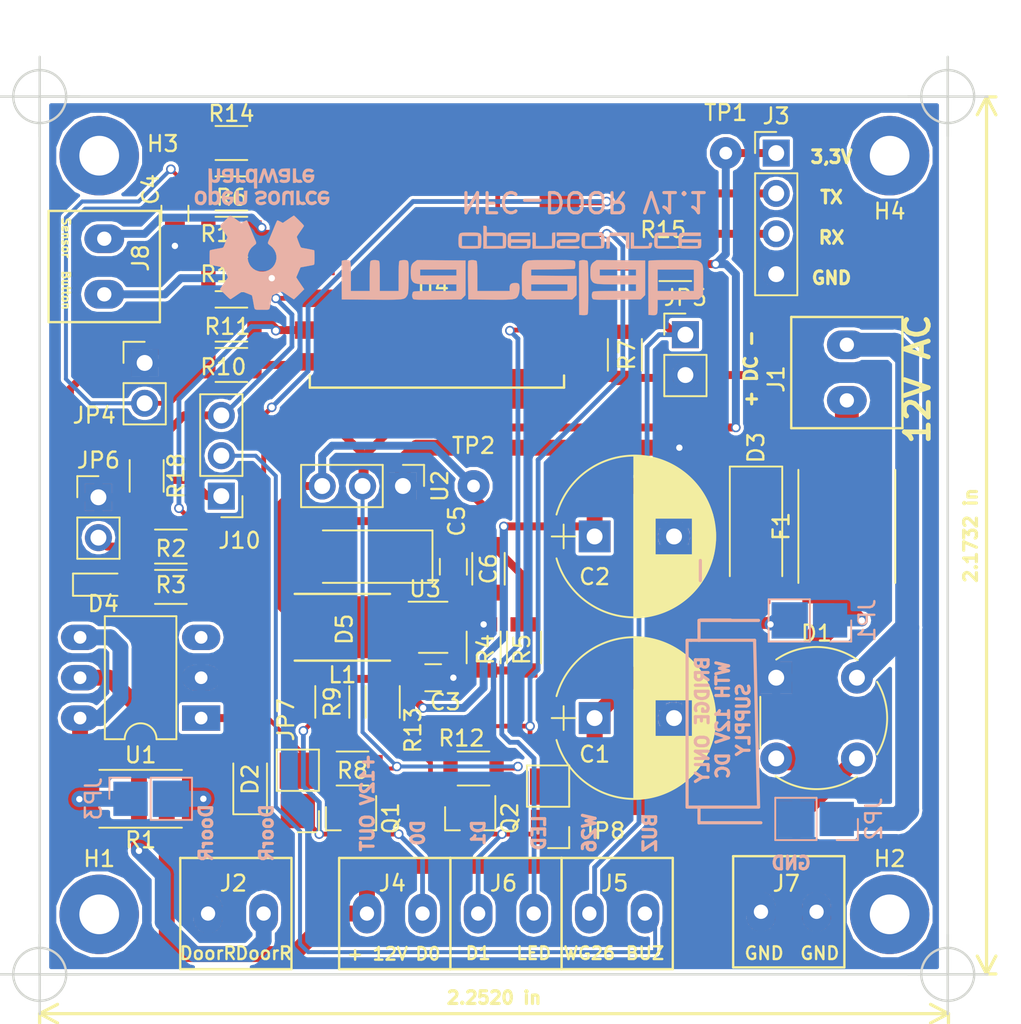
<source format=kicad_pcb>
(kicad_pcb (version 20171130) (host pcbnew "(5.0.2)-1")
  (layers (0 F.Cu signal) (31 B.Cu signal) (34 B.Paste user) (35 F.Paste user) (36 B.SilkS user) (37 F.SilkS user) (38 B.Mask user) (39 F.Mask user) (44 Edge.Cuts user))
  (net 0 "")
  (net 1 GND)
  (net 2 +3V3)
  (net 3 +12V)
  (net 4 +5V)
  (net 5 TX)
  (net 6 "Net-(R3-Pad2)")
  (net 7 RX)
  (net 8 RELAIS-DOOR)
  (net 9 D1-5V)
  (net 10 "Net-(D2-Pad2)")
  (net 11 "Net-(F1-Pad2)")
  (net 12 D0-5V)
  (net 13 "Net-(C5-Pad2)")
  (net 14 "Net-(R4-Pad2)")
  (net 15 "Net-(U3-Pad3)")
  (net 16 "Net-(C2-Pad1)")
  (net 17 "Net-(C5-Pad1)")
  (net 18 "Net-(JP3-Pad1)")
  (net 19 "Net-(D4-Pad2)")
  (net 20 D0)
  (net 21 D1)
  (net 22 "Net-(D1-Pad2)")
  (net 23 "Net-(U1-Pad3)")
  (net 24 "Net-(U4-Pad2)")
  (net 25 "Net-(U4-Pad20)")
  (net 26 BTN)
  (net 27 DOOR)
  (net 28 LED)
  (net 29 WG26-34)
  (net 30 "Net-(J10-Pad2)")
  (net 31 "Net-(R6-Pad1)")
  (net 32 "Net-(C4-Pad1)")
  (net 33 GPIO2)
  (net 34 BUZZER)
  (net 35 "Net-(J10-Pad1)")
  (net 36 "Net-(U4-Pad17)")
  (net 37 "Net-(U4-Pad18)")
  (net 38 "Net-(U4-Pad19)")
  (net 39 "Net-(U4-Pad21)")
  (net 40 "Net-(U4-Pad22)")
  (net 41 "Net-(D1-Pad4)")
  (module marelab:SolderBridge (layer F.Cu) (at 134.99 112.534 180)
    (fp_text reference JP7 (at 0.75 5.75 270) (layer F.SilkS))
    (fp_text value D03,3)
    (pad 1 smd rect (at 0 0 180) (size 2.159 2.159) (layers F.Cu F.Paste F.Mask) (net 12 D0-5V))
    (pad 2 smd rect (at 0 2.54 180) (size 2.286 2.286) (layers F.Cu F.Paste F.Mask) (net 21 D1))
  )
  (module marelab:SolderBridge (layer F.Cu) (at 150.74 113.534 180)
    (fp_text reference JP8 (at -3.5 -0.25 180) (layer F.SilkS))
    (fp_text value D13,3)
    (pad 2 smd rect (at 0 2.54 180) (size 2.286 2.286) (layers F.Cu F.Paste F.Mask) (net 20 D0))
    (pad 1 smd rect (at 0 0 180) (size 2.159 2.159) (layers F.Cu F.Paste F.Mask) (net 9 D1-5V))
  )
  (module Pin_Headers:Pin_Header_Straight_1x03_Pitch2.54mm (layer F.Cu) (at 130.175 92.71 180)
    (fp_text reference J10 (at -1.143 -2.794 180) (layer F.SilkS))
    (fp_text value SEL_BUZ)
    (pad 1 thru_hole rect (at 0 0 180) (size 1.7 1.7) (drill 1) (layers *.Cu *.Mask) (net 35 "Net-(J10-Pad1)"))
    (pad 2 thru_hole oval (at 0 2.54 180) (size 1.7 1.7) (drill 1) (layers *.Cu *.Mask) (net 30 "Net-(J10-Pad2)"))
    (pad 3 thru_hole oval (at 0 5.08 180) (size 1.7 1.7) (drill 1) (layers *.Cu *.Mask) (net 34 BUZZER))
  )
  (module Pin_Headers:Pin_Header_Straight_1x04_Pitch2.54mm (layer F.Cu) (at 165.1 71.12)
    (fp_text reference J3 (at 0 -2.33) (layer F.SilkS))
    (fp_text value TX/RX)
    (pad 1 thru_hole rect (at 0 0) (size 1.7 1.7) (drill 1) (layers *.Cu *.Mask) (net 2 +3V3))
    (pad 2 thru_hole oval (at 0 2.54) (size 1.7 1.7) (drill 1) (layers *.Cu *.Mask) (net 5 TX))
    (pad 3 thru_hole oval (at 0 5.08) (size 1.7 1.7) (drill 1) (layers *.Cu *.Mask) (net 7 RX))
    (pad 4 thru_hole oval (at 0 7.62) (size 1.7 1.7) (drill 1) (layers *.Cu *.Mask) (net 1 GND))
  )
  (module Resistors_SMD:R_1206 (layer F.Cu) (at 158.75 78.105 180)
    (fp_text reference R15 (at 0.762 2.159 180) (layer F.SilkS))
    (fp_text value 10K)
    (pad 1 smd rect (at -1.45 0 180) (size 0.9 1.7) (layers F.Cu F.Paste F.Mask) (net 2 +3V3))
    (pad 2 smd rect (at 1.45 0 180) (size 0.9 1.7) (layers F.Cu F.Paste F.Mask) (net 29 WG26-34))
  )
  (module Resistors_SMD:R_1206 (layer F.Cu) (at 130.81 76.2 180)
    (fp_text reference R16 (at 0.508 0 180) (layer F.SilkS))
    (fp_text value 10K)
    (pad 1 smd rect (at -1.45 0 180) (size 0.9 1.7) (layers F.Cu F.Paste F.Mask) (net 27 DOOR))
    (pad 2 smd rect (at 1.45 0 180) (size 0.9 1.7) (layers F.Cu F.Paste F.Mask) (net 1 GND))
  )
  (module Resistors_SMD:R_1206 (layer F.Cu) (at 130.81 78.74 180)
    (fp_text reference R17 (at 0.508 0 180) (layer F.SilkS))
    (fp_text value 10K)
    (pad 1 smd rect (at -1.45 0 180) (size 0.9 1.7) (layers F.Cu F.Paste F.Mask) (net 26 BTN))
    (pad 2 smd rect (at 1.45 0 180) (size 0.9 1.7) (layers F.Cu F.Paste F.Mask) (net 1 GND))
  )
  (module Resistors_SMD:R_1206 (layer F.Cu) (at 125.476 91.44 270)
    (fp_text reference R18 (at 0 -1.85 270) (layer F.SilkS))
    (fp_text value 10K)
    (pad 1 smd rect (at -1.45 0 270) (size 0.9 1.7) (layers F.Cu F.Paste F.Mask) (net 34 BUZZER))
    (pad 2 smd rect (at 1.45 0 270) (size 0.9 1.7) (layers F.Cu F.Paste F.Mask) (net 35 "Net-(J10-Pad1)"))
  )
  (module Resistors_SMD:R_1206 (layer F.Cu) (at 130.81 70.485)
    (fp_text reference R14 (at 0 -1.85) (layer F.SilkS))
    (fp_text value 10K)
    (pad 1 smd rect (at -1.45 0) (size 0.9 1.7) (layers F.Cu F.Paste F.Mask) (net 33 GPIO2))
    (pad 2 smd rect (at 1.45 0) (size 0.9 1.7) (layers F.Cu F.Paste F.Mask) (net 32 "Net-(C4-Pad1)"))
  )
  (module marelab:RM3.5-CON (layer F.Cu) (at 156.84 118.984 180)
    (fp_text reference J5 (at 1.905 1.905 180) (layer F.SilkS))
    (fp_text value " ")
    (pad 1 thru_hole oval (at 0 0 180) (size 1.8 2.5) (drill 0.9) (layers *.Cu *.Mask) (net 30 "Net-(J10-Pad2)"))
    (pad 2 thru_hole oval (at 3.5 0 180) (size 1.8 2.5) (drill 0.9) (layers *.Cu *.Mask) (net 29 WG26-34))
  )
  (module marelab:RM3.5-CON (layer F.Cu) (at 122.809 80.01 90)
    (fp_text reference J8 (at 2.286 2.286 90) (layer F.SilkS))
    (fp_text value " ")
    (pad 1 thru_hole oval (at 0 0 90) (size 1.8 2.5) (drill 0.9) (layers *.Cu *.Mask) (net 26 BTN))
    (pad 2 thru_hole oval (at 3.5 0 90) (size 1.8 2.5) (drill 0.9) (layers *.Cu *.Mask) (net 27 DOOR))
  )
  (module marelab:SolderBridge (layer B.Cu) (at 168.91 113.03 90)
    (fp_text reference JP2 (at 0 2.33 90) (layer B.SilkS) (effects (justify mirror)))
    (fp_text value DC-B)
    (pad 1 smd rect (at 0 0 90) (size 2.159 2.159) (layers B.Cu B.Paste B.Mask) (net 41 "Net-(D1-Pad4)"))
    (pad 2 smd rect (at 0 -2.54 90) (size 2.286 2.286) (layers B.Cu B.Paste B.Mask) (net 1 GND))
  )
  (module marelab:SolderBridge (layer B.Cu) (at 124.46 111.76 270)
    (fp_text reference JP3 (at 0 2.33 270) (layer B.SilkS) (effects (justify mirror)))
    (fp_text value CUR-LIM)
    (pad 1 smd rect (at 0 0 270) (size 2.159 2.159) (layers B.Cu B.Paste B.Mask) (net 18 "Net-(JP3-Pad1)"))
    (pad 2 smd rect (at 0 -2.54 270) (size 2.286 2.286) (layers B.Cu B.Paste B.Mask) (net 3 +12V))
  )
  (module marelab:SolderBridge (layer B.Cu) (at 168.49 100.534 90)
    (fp_text reference JP1 (at 0 2.33 90) (layer B.SilkS) (effects (justify mirror)))
    (fp_text value DC-B)
    (pad 1 smd rect (at 0 0 90) (size 2.159 2.159) (layers B.Cu B.Paste B.Mask) (net 22 "Net-(D1-Pad2)"))
    (pad 2 smd rect (at 0 -2.54 90) (size 2.286 2.286) (layers B.Cu B.Paste B.Mask) (net 3 +12V))
  )
  (module Pin_Headers:Pin_Header_Straight_1x03_Pitch2.54mm (layer F.Cu) (at 141.605 92.075 270)
    (fp_text reference U2 (at 0 -2.33 270) (layer F.SilkS))
    (fp_text value LM1117-3,3V)
    (pad 1 thru_hole rect (at 0 0 270) (size 1.7 1.7) (drill 1) (layers *.Cu *.Mask) (net 1 GND))
    (pad 2 thru_hole oval (at 0 2.54 270) (size 1.7 1.7) (drill 1) (layers *.Cu *.Mask) (net 2 +3V3))
    (pad 3 thru_hole oval (at 0 5.08 270) (size 1.7 1.7) (drill 1) (layers *.Cu *.Mask) (net 4 +5V))
  )
  (module Housings_DIP:DIP-6_W7.62mm_LongPads (layer F.Cu) (at 128.905 106.68 180)
    (fp_text reference U1 (at 3.81 -2.33 180) (layer F.SilkS))
    (fp_text value TLP3544)
    (pad 1 thru_hole rect (at 0 0 180) (size 2.4 1.6) (drill 0.8) (layers *.Cu *.Mask) (net 6 "Net-(R3-Pad2)"))
    (pad 4 thru_hole oval (at 7.62 5.08 180) (size 2.4 1.6) (drill 0.8) (layers *.Cu *.Mask) (net 18 "Net-(JP3-Pad1)"))
    (pad 2 thru_hole oval (at 0 2.54 180) (size 2.4 1.6) (drill 0.8) (layers *.Cu *.Mask) (net 1 GND))
    (pad 5 thru_hole oval (at 7.62 2.54 180) (size 2.4 1.6) (drill 0.8) (layers *.Cu *.Mask) (net 10 "Net-(D2-Pad2)"))
    (pad 3 thru_hole oval (at 0 5.08 180) (size 2.4 1.6) (drill 0.8) (layers *.Cu *.Mask) (net 23 "Net-(U1-Pad3)"))
    (pad 6 thru_hole oval (at 7.62 0 180) (size 2.4 1.6) (drill 0.8) (layers *.Cu *.Mask) (net 18 "Net-(JP3-Pad1)"))
  )
  (module Pin_Headers:Pin_Header_Straight_1x02_Pitch2.54mm (layer F.Cu) (at 159.385 82.55)
    (fp_text reference JP5 (at 0 -2.33) (layer F.SilkS))
    (fp_text value FLASH/UPLOAD)
    (pad 1 thru_hole rect (at 0 0) (size 1.7 1.7) (drill 1) (layers *.Cu *.Mask) (net 29 WG26-34))
    (pad 2 thru_hole oval (at 0 2.54) (size 1.7 1.7) (drill 1) (layers *.Cu *.Mask) (net 1 GND))
  )
  (module Pin_Headers:Pin_Header_Straight_1x02_Pitch2.54mm (layer F.Cu) (at 125.349 84.328)
    (fp_text reference JP4 (at -3.175 3.302) (layer F.SilkS))
    (fp_text value RESET)
    (pad 1 thru_hole rect (at 0 0) (size 1.7 1.7) (drill 1) (layers *.Cu *.Mask) (net 1 GND))
    (pad 2 thru_hole oval (at 0 2.54) (size 1.7 1.7) (drill 1) (layers *.Cu *.Mask) (net 32 "Net-(C4-Pad1)"))
  )
  (module Capacitors_SMD:C_0805 (layer F.Cu) (at 127.254 74.93 270)
    (fp_text reference C4 (at -1.524 1.524 270) (layer F.SilkS))
    (fp_text value 100nF)
    (pad 1 smd rect (at -1 0 270) (size 1 1.25) (layers F.Cu F.Paste F.Mask) (net 32 "Net-(C4-Pad1)"))
    (pad 2 smd rect (at 1 0 270) (size 1 1.25) (layers F.Cu F.Paste F.Mask) (net 1 GND))
  )
  (module TO_SOT_Packages_SMD:SOT-23 (layer F.Cu) (at 138.34 112.984 270)
    (fp_text reference Q1 (at 0 -2.5 270) (layer F.SilkS))
    (fp_text value BSS138)
    (pad 1 smd rect (at -1 -0.95 270) (size 0.9 0.8) (layers F.Cu F.Paste F.Mask) (net 2 +3V3))
    (pad 2 smd rect (at -1 0.95 270) (size 0.9 0.8) (layers F.Cu F.Paste F.Mask) (net 21 D1))
    (pad 3 smd rect (at 1 0 270) (size 0.9 0.8) (layers F.Cu F.Paste F.Mask) (net 12 D0-5V))
  )
  (module TO_SOT_Packages_SMD:SOT-23 (layer F.Cu) (at 145.84 112.984 270)
    (fp_text reference Q2 (at 0 -2.5 270) (layer F.SilkS))
    (fp_text value BSS138)
    (pad 1 smd rect (at -1 -0.95 270) (size 0.9 0.8) (layers F.Cu F.Paste F.Mask) (net 2 +3V3))
    (pad 2 smd rect (at -1 0.95 270) (size 0.9 0.8) (layers F.Cu F.Paste F.Mask) (net 20 D0))
    (pad 3 smd rect (at 1 0 270) (size 0.9 0.8) (layers F.Cu F.Paste F.Mask) (net 9 D1-5V))
  )
  (module Wire_Pads:SolderWirePad_single_0-8mmDrill (layer F.Cu) (at 161.925 71.12)
    (fp_text reference TP1 (at 0 -2.54) (layer F.SilkS))
    (fp_text value "TestPoint 3,3V")
    (pad 1 thru_hole circle (at 0 0) (size 1.99898 1.99898) (drill 0.8001) (layers *.Cu *.Mask) (net 2 +3V3))
  )
  (module Wire_Pads:SolderWirePad_single_0-8mmDrill (layer F.Cu) (at 146.05 92.075)
    (fp_text reference TP2 (at 0 -2.54) (layer F.SilkS))
    (fp_text value "TestPoint 5V")
    (pad 1 thru_hole circle (at 0 0) (size 1.99898 1.99898) (drill 0.8001) (layers *.Cu *.Mask) (net 4 +5V))
  )
  (module Capacitors_ThroughHole:CP_Radial_D10.0mm_P5.00mm (layer F.Cu) (at 153.67 106.68)
    (fp_text reference C1 (at 0 2.286) (layer F.SilkS))
    (fp_text value 470uF/25V)
    (pad 1 thru_hole rect (at 0 0) (size 2 2) (drill 1) (layers *.Cu *.Mask) (net 3 +12V))
    (pad 2 thru_hole circle (at 5 0) (size 2 2) (drill 1) (layers *.Cu *.Mask) (net 1 GND))
  )
  (module Capacitors_ThroughHole:CP_Radial_D10.0mm_P5.00mm (layer F.Cu) (at 153.67 95.25)
    (fp_text reference C2 (at 0 2.54) (layer F.SilkS))
    (fp_text value 470uF/25V)
    (pad 1 thru_hole rect (at 0 0) (size 2 2) (drill 1) (layers *.Cu *.Mask) (net 16 "Net-(C2-Pad1)"))
    (pad 2 thru_hole circle (at 5 0) (size 2 2) (drill 1) (layers *.Cu *.Mask) (net 1 GND))
  )
  (module Capacitors_SMD:C_0805 (layer F.Cu) (at 143.51 104.14)
    (fp_text reference C3 (at 0.762 1.524) (layer F.SilkS))
    (fp_text value 10nF)
    (pad 1 smd rect (at -1 0) (size 1 1.25) (layers F.Cu F.Paste F.Mask) (net 16 "Net-(C2-Pad1)"))
    (pad 2 smd rect (at 1 0) (size 1 1.25) (layers F.Cu F.Paste F.Mask) (net 1 GND))
  )
  (module Capacitors_SMD:C_0805 (layer F.Cu) (at 144.78 97.155 270)
    (fp_text reference C5 (at -2.871 -0.21 270) (layer F.SilkS))
    (fp_text value 22nF)
    (pad 1 smd rect (at -1 0 270) (size 1 1.25) (layers F.Cu F.Paste F.Mask) (net 17 "Net-(C5-Pad1)"))
    (pad 2 smd rect (at 1 0 270) (size 1 1.25) (layers F.Cu F.Paste F.Mask) (net 13 "Net-(C5-Pad2)"))
  )
  (module Diodes_SMD:D_1206 (layer F.Cu) (at 131.99 110.534 90)
    (fp_text reference D2 (at 0 0 90) (layer F.SilkS))
    (fp_text value " 40V 2A ")
    (pad 1 smd rect (at -1.5 0 90) (size 1 1.6) (layers F.Cu F.Paste F.Mask) (net 1 GND))
    (pad 2 smd rect (at 1.5 0 90) (size 1 1.6) (layers F.Cu F.Paste F.Mask) (net 10 "Net-(D2-Pad2)"))
  )
  (module Diodes_SMD:D_SMA_Handsoldering (layer F.Cu) (at 163.83 95.25 270)
    (fp_text reference D3 (at -5.588 0 270) (layer F.SilkS))
    (fp_text value B240AE-13)
    (pad 1 smd rect (at -2.5 0 270) (size 3.5 1.8) (layers F.Cu F.Paste F.Mask) (net 16 "Net-(C2-Pad1)"))
    (pad 2 smd rect (at 2.5 0 270) (size 3.5 1.8) (layers F.Cu F.Paste F.Mask) (net 3 +12V))
  )
  (module Diodes_SMD:D_SMA_Handsoldering (layer F.Cu) (at 139.065 96.52 180)
    (fp_text reference D5 (at 1.143 -4.572 270) (layer F.SilkS))
    (fp_text value B240AE-13)
    (pad 1 smd rect (at -2.5 0 180) (size 3.5 1.8) (layers F.Cu F.Paste F.Mask) (net 17 "Net-(C5-Pad1)"))
    (pad 2 smd rect (at 2.5 0 180) (size 3.5 1.8) (layers F.Cu F.Paste F.Mask) (net 1 GND))
  )
  (module Fuse_Holders_and_Fuses:Fuse_SMD2920 (layer F.Cu) (at 169.545 94.615 90)
    (fp_text reference F1 (at 0 -4.13 90) (layer F.SilkS))
    (fp_text value Polyfuse_Small)
    (pad 1 smd rect (at -3.7 0 180) (size 5.6 2.3) (layers F.Cu F.Paste F.Mask) (net 22 "Net-(D1-Pad2)"))
    (pad 2 smd rect (at 3.7 0 180) (size 5.6 2.3) (layers F.Cu F.Paste F.Mask) (net 11 "Net-(F1-Pad2)"))
  )
  (module marelab:RM3.5-CON (layer F.Cu) (at 169.545 83.185 270)
    (fp_text reference J1 (at 2.159 4.445 270) (layer F.SilkS))
    (fp_text value "12V AC")
    (pad 1 thru_hole oval (at 0 0 270) (size 1.8 2.5) (drill 0.9) (layers *.Cu *.Mask) (net 41 "Net-(D1-Pad4)"))
    (pad 2 thru_hole oval (at 3.5 0 270) (size 1.8 2.5) (drill 0.9) (layers *.Cu *.Mask) (net 11 "Net-(F1-Pad2)"))
  )
  (module marelab:RM3.5-CON (layer F.Cu) (at 132.84 118.984 180)
    (fp_text reference J2 (at 1.905 1.905 180) (layer F.SilkS))
    (fp_text value "DOOR 12V OUT")
    (pad 1 thru_hole oval (at 0 0 180) (size 1.8 2.5) (drill 0.9) (layers *.Cu *.Mask) (net 10 "Net-(D2-Pad2)"))
    (pad 2 thru_hole oval (at 3.5 0 180) (size 1.8 2.5) (drill 0.9) (layers *.Cu *.Mask) (net 1 GND))
  )
  (module marelab:RM3.5-CON (layer F.Cu) (at 142.84 118.984 180)
    (fp_text reference J4 (at 1.905 1.905 180) (layer F.SilkS))
    (fp_text value " ")
    (pad 1 thru_hole oval (at 0 0 180) (size 1.8 2.5) (drill 0.9) (layers *.Cu *.Mask) (net 12 D0-5V))
    (pad 2 thru_hole oval (at 3.5 0 180) (size 1.8 2.5) (drill 0.9) (layers *.Cu *.Mask) (net 3 +12V))
  )
  (module marelab:RM3.5-CON (layer F.Cu) (at 149.84 118.984 180)
    (fp_text reference J6 (at 1.905 1.905 180) (layer F.SilkS))
    (fp_text value " ")
    (pad 1 thru_hole oval (at 0 0 180) (size 1.8 2.5) (drill 0.9) (layers *.Cu *.Mask) (net 28 LED))
    (pad 2 thru_hole oval (at 3.5 0 180) (size 1.8 2.5) (drill 0.9) (layers *.Cu *.Mask) (net 9 D1-5V))
  )
  (module marelab:RM3.5-CON (layer F.Cu) (at 167.64 118.872 180)
    (fp_text reference J7 (at 1.905 1.778 180) (layer F.SilkS))
    (fp_text value " ")
    (pad 1 thru_hole oval (at 0 0 180) (size 1.8 2.5) (drill 0.9) (layers *.Cu *.Mask) (net 1 GND))
    (pad 2 thru_hole oval (at 3.5 0 180) (size 1.8 2.5) (drill 0.9) (layers *.Cu *.Mask) (net 1 GND))
  )
  (module Inductors:Inductor_Taiyo-Yuden_NR-40xx_HandSoldering (layer F.Cu) (at 137.795 100.965 180)
    (fp_text reference L1 (at 0 -3 180) (layer F.SilkS))
    (fp_text value 4,7uH)
    (pad 1 smd rect (at -1.9 0 180) (size 2.2 3.9) (layers F.Cu F.Paste F.Mask) (net 17 "Net-(C5-Pad1)"))
    (pad 2 smd rect (at 1.9 0 180) (size 2.2 3.9) (layers F.Cu F.Paste F.Mask) (net 4 +5V))
  )
  (module Resistors_SMD:R_2512_HandSoldering (layer F.Cu) (at 125.095 111.76 180)
    (fp_text reference R1 (at 0 -2.6 180) (layer F.SilkS))
    (fp_text value 4R)
    (pad 1 smd rect (at -3.95 0 180) (size 2.7 3.2) (layers F.Cu F.Paste F.Mask) (net 3 +12V))
    (pad 2 smd rect (at 3.95 0 180) (size 2.7 3.2) (layers F.Cu F.Paste F.Mask) (net 18 "Net-(JP3-Pad1)"))
  )
  (module Resistors_SMD:R_1206 (layer F.Cu) (at 127 95.885 180)
    (fp_text reference R2 (at 0 -0.127 180) (layer F.SilkS))
    (fp_text value 220R)
    (pad 1 smd rect (at -1.45 0 180) (size 0.9 1.7) (layers F.Cu F.Paste F.Mask) (net 8 RELAIS-DOOR))
    (pad 2 smd rect (at 1.45 0 180) (size 0.9 1.7) (layers F.Cu F.Paste F.Mask) (net 19 "Net-(D4-Pad2)"))
  )
  (module Resistors_SMD:R_1206 (layer F.Cu) (at 127 98.425)
    (fp_text reference R3 (at 0 -0.127) (layer F.SilkS))
    (fp_text value 220R)
    (pad 1 smd rect (at -1.45 0) (size 0.9 1.7) (layers F.Cu F.Paste F.Mask) (net 8 RELAIS-DOOR))
    (pad 2 smd rect (at 1.45 0) (size 0.9 1.7) (layers F.Cu F.Paste F.Mask) (net 6 "Net-(R3-Pad2)"))
  )
  (module Resistors_SMD:R_1206 (layer F.Cu) (at 146.685 102.235 270)
    (fp_text reference R4 (at 0.127 -0.127 270) (layer F.SilkS))
    (fp_text value 28,7K)
    (pad 1 smd rect (at -1.45 0 270) (size 0.9 1.7) (layers F.Cu F.Paste F.Mask) (net 1 GND))
    (pad 2 smd rect (at 1.45 0 270) (size 0.9 1.7) (layers F.Cu F.Paste F.Mask) (net 14 "Net-(R4-Pad2)"))
  )
  (module Resistors_SMD:R_1206 (layer F.Cu) (at 149.225 102.235 270)
    (fp_text reference R5 (at 0.127 0.127 270) (layer F.SilkS))
    (fp_text value 150K)
    (pad 1 smd rect (at -1.45 0 270) (size 0.9 1.7) (layers F.Cu F.Paste F.Mask) (net 4 +5V))
    (pad 2 smd rect (at 1.45 0 270) (size 0.9 1.7) (layers F.Cu F.Paste F.Mask) (net 14 "Net-(R4-Pad2)"))
  )
  (module Resistors_SMD:R_1206 (layer F.Cu) (at 130.81 73.66 180)
    (fp_text reference R6 (at 0 -0.254 180) (layer F.SilkS))
    (fp_text value 10K)
    (pad 1 smd rect (at -1.45 0 180) (size 0.9 1.7) (layers F.Cu F.Paste F.Mask) (net 31 "Net-(R6-Pad1)"))
    (pad 2 smd rect (at 1.45 0 180) (size 0.9 1.7) (layers F.Cu F.Paste F.Mask) (net 32 "Net-(C4-Pad1)"))
  )
  (module Resistors_SMD:R_1206 (layer F.Cu) (at 155.575 83.82 90)
    (fp_text reference R7 (at 0 0.127 90) (layer F.SilkS))
    (fp_text value 10K)
    (pad 1 smd rect (at -1.45 0 90) (size 0.9 1.7) (layers F.Cu F.Paste F.Mask) (net 1 GND))
    (pad 2 smd rect (at 1.45 0 90) (size 0.9 1.7) (layers F.Cu F.Paste F.Mask) (net 28 LED))
  )
  (module Resistors_SMD:R_1206 (layer F.Cu) (at 138.43 109.855 180)
    (fp_text reference R8 (at 0 -0.127 180) (layer F.SilkS))
    (fp_text value 10K)
    (pad 1 smd rect (at -1.45 0 180) (size 0.9 1.7) (layers F.Cu F.Paste F.Mask) (net 2 +3V3))
    (pad 2 smd rect (at 1.45 0 180) (size 0.9 1.7) (layers F.Cu F.Paste F.Mask) (net 21 D1))
  )
  (module Resistors_SMD:R_1206 (layer F.Cu) (at 137.16 105.664 270)
    (fp_text reference R9 (at 0 0 270) (layer F.SilkS))
    (fp_text value 10K)
    (pad 1 smd rect (at -1.45 0 270) (size 0.9 1.7) (layers F.Cu F.Paste F.Mask) (net 4 +5V))
    (pad 2 smd rect (at 1.45 0 270) (size 0.9 1.7) (layers F.Cu F.Paste F.Mask) (net 12 D0-5V))
  )
  (module Resistors_SMD:R_1206 (layer F.Cu) (at 130.81 84.455)
    (fp_text reference R10 (at -0.508 0.127) (layer F.SilkS))
    (fp_text value 10K)
    (pad 1 smd rect (at -1.45 0) (size 0.9 1.7) (layers F.Cu F.Paste F.Mask) (net 32 "Net-(C4-Pad1)"))
    (pad 2 smd rect (at 1.45 0) (size 0.9 1.7) (layers F.Cu F.Paste F.Mask) (net 2 +3V3))
  )
  (module Resistors_SMD:R_1206 (layer F.Cu) (at 130.81 81.915)
    (fp_text reference R11 (at -0.254 0.127) (layer F.SilkS))
    (fp_text value 10K)
    (pad 1 smd rect (at -1.45 0) (size 0.9 1.7) (layers F.Cu F.Paste F.Mask) (net 1 GND))
    (pad 2 smd rect (at 1.45 0) (size 0.9 1.7) (layers F.Cu F.Paste F.Mask) (net 8 RELAIS-DOOR))
  )
  (module Resistors_SMD:R_1206 (layer F.Cu) (at 146.05 109.855 180)
    (fp_text reference R12 (at 0.762 1.905 180) (layer F.SilkS))
    (fp_text value 10K)
    (pad 1 smd rect (at -1.45 0 180) (size 0.9 1.7) (layers F.Cu F.Paste F.Mask) (net 2 +3V3))
    (pad 2 smd rect (at 1.45 0 180) (size 0.9 1.7) (layers F.Cu F.Paste F.Mask) (net 20 D0))
  )
  (module Resistors_SMD:R_1206 (layer F.Cu) (at 140.335 105.664 270)
    (fp_text reference R13 (at 1.778 -1.905 270) (layer F.SilkS))
    (fp_text value 10K)
    (pad 1 smd rect (at -1.45 0 270) (size 0.9 1.7) (layers F.Cu F.Paste F.Mask) (net 4 +5V))
    (pad 2 smd rect (at 1.45 0 270) (size 0.9 1.7) (layers F.Cu F.Paste F.Mask) (net 9 D1-5V))
  )
  (module TO_SOT_Packages_SMD:SOT-23-6 (layer F.Cu) (at 143.51 100.965)
    (fp_text reference U3 (at -0.508 -2.413) (layer F.SilkS))
    (fp_text value ACT4088)
    (pad 1 smd rect (at -1.1 -0.95) (size 1.06 0.65) (layers F.Cu F.Paste F.Mask) (net 17 "Net-(C5-Pad1)"))
    (pad 2 smd rect (at -1.1 0) (size 1.06 0.65) (layers F.Cu F.Paste F.Mask) (net 16 "Net-(C2-Pad1)"))
    (pad 3 smd rect (at -1.1 0.95) (size 1.06 0.65) (layers F.Cu F.Paste F.Mask) (net 15 "Net-(U3-Pad3)"))
    (pad 4 smd rect (at 1.1 0.95) (size 1.06 0.65) (layers F.Cu F.Paste F.Mask) (net 14 "Net-(R4-Pad2)"))
    (pad 6 smd rect (at 1.1 -0.95) (size 1.06 0.65) (layers F.Cu F.Paste F.Mask) (net 13 "Net-(C5-Pad2)"))
    (pad 5 smd rect (at 1.1 0) (size 1.06 0.65) (layers F.Cu F.Paste F.Mask) (net 1 GND))
  )
  (module ESP:ESP-12E_SMD (layer F.Cu) (at 136.76 70.26)
    (fp_text reference U4 (at 6.75 9.242 180) (layer F.SilkS))
    (fp_text value ESP-12E hide)
    (pad 22 smd rect (at 11.99 15 90) (size 2.5 1.1) (drill (offset -0.7 0)) (layers F.Cu F.Paste F.Mask) (net 40 "Net-(U4-Pad22)"))
    (pad 21 smd rect (at 9.99 15 90) (size 2.5 1.1) (drill (offset -0.7 0)) (layers F.Cu F.Paste F.Mask) (net 39 "Net-(U4-Pad21)"))
    (pad 20 smd rect (at 7.99 15 90) (size 2.5 1.1) (drill (offset -0.7 0)) (layers F.Cu F.Paste F.Mask) (net 25 "Net-(U4-Pad20)"))
    (pad 19 smd rect (at 5.99 15 90) (size 2.5 1.1) (drill (offset -0.7 0)) (layers F.Cu F.Paste F.Mask) (net 38 "Net-(U4-Pad19)"))
    (pad 18 smd rect (at 3.99 15 90) (size 2.5 1.1) (drill (offset -0.7 0)) (layers F.Cu F.Paste F.Mask) (net 37 "Net-(U4-Pad18)"))
    (pad 17 smd rect (at 1.99 15 90) (size 2.5 1.1) (drill (offset -0.7 0)) (layers F.Cu F.Paste F.Mask) (net 36 "Net-(U4-Pad17)"))
    (pad 16 smd rect (at 14 0) (size 2.5 1.1) (drill (offset 0.7 0)) (layers F.Cu F.Paste F.Mask) (net 5 TX))
    (pad 15 smd rect (at 14 2) (size 2.5 1.1) (drill (offset 0.7 0)) (layers F.Cu F.Paste F.Mask) (net 7 RX))
    (pad 14 smd rect (at 14 4) (size 2.5 1.1) (drill (offset 0.7 0)) (layers F.Cu F.Paste F.Mask) (net 21 D1))
    (pad 13 smd rect (at 14 6) (size 2.5 1.1) (drill (offset 0.7 0)) (layers F.Cu F.Paste F.Mask) (net 20 D0))
    (pad 12 smd rect (at 14 8) (size 2.5 1.1) (drill (offset 0.7 0)) (layers F.Cu F.Paste F.Mask) (net 29 WG26-34))
    (pad 11 smd rect (at 14 10) (size 2.5 1.1) (drill (offset 0.7 0)) (layers F.Cu F.Paste F.Mask) (net 33 GPIO2))
    (pad 10 smd rect (at 14 12) (size 2.5 1.1) (drill (offset 0.7 0)) (layers F.Cu F.Paste F.Mask) (net 28 LED))
    (pad 9 smd rect (at 14 14) (size 2.5 1.1) (drill (offset 0.7 0)) (layers F.Cu F.Paste F.Mask) (net 1 GND))
    (pad 8 smd rect (at 0 14) (size 2.5 1.1) (drill (offset -0.7 0)) (layers F.Cu F.Paste F.Mask) (net 2 +3V3))
    (pad 7 smd rect (at 0 12) (size 2.5 1.1) (drill (offset -0.7 0)) (layers F.Cu F.Paste F.Mask) (net 8 RELAIS-DOOR))
    (pad 6 smd rect (at 0 10) (size 2.5 1.1) (drill (offset -0.7 0)) (layers F.Cu F.Paste F.Mask) (net 34 BUZZER))
    (pad 5 smd rect (at 0 8) (size 2.5 1.1) (drill (offset -0.7 0)) (layers F.Cu F.Paste F.Mask) (net 26 BTN))
    (pad 4 smd rect (at 0 6) (size 2.5 1.1) (drill (offset -0.7 0)) (layers F.Cu F.Paste F.Mask) (net 27 DOOR))
    (pad 3 smd rect (at 0 4) (size 2.5 1.1) (drill (offset -0.7 0)) (layers F.Cu F.Paste F.Mask) (net 31 "Net-(R6-Pad1)"))
    (pad 2 smd rect (at 0 2) (size 2.5 1.1) (drill (offset -0.7 0)) (layers F.Cu F.Paste F.Mask) (net 24 "Net-(U4-Pad2)"))
    (pad 1 smd rect (at 0 0) (size 2.5 1.1) (drill (offset -0.7 0)) (layers F.Cu F.Paste F.Mask) (net 32 "Net-(C4-Pad1)"))
  )
  (module Capacitors_SMD:C_1206 (layer F.Cu) (at 146.99 97.284 270)
    (fp_text reference C6 (at 0 0 270) (layer F.SilkS))
    (fp_text value "22-220uf 10V LOW RES !!!CHANGE 805!!!")
    (pad 2 smd rect (at 1.5 0 270) (size 1 1.6) (layers F.Cu F.Paste F.Mask) (net 1 GND))
    (pad 1 smd rect (at -1.5 0 270) (size 1 1.6) (layers F.Cu F.Paste F.Mask) (net 4 +5V))
  )
  (module LEDs:LED_0805 (layer F.Cu) (at 122.64 98.284)
    (fp_text reference D4 (at 0.1 1.2) (layer F.SilkS))
    (fp_text value LED)
    (pad 1 smd rect (at -1.1 0 180) (size 1.2 1.2) (layers F.Cu F.Paste F.Mask) (net 1 GND))
    (pad 2 smd rect (at 1.1 0 180) (size 1.2 1.2) (layers F.Cu F.Paste F.Mask) (net 19 "Net-(D4-Pad2)"))
  )
  (module Mounting_Holes:MountingHole_2.5mm_Pad (layer F.Cu) (at 122.49 119.034)
    (fp_text reference H1 (at 0 -3.5) (layer F.SilkS))
    (fp_text value MountingHole)
    (pad 1 thru_hole circle (at 0 0) (size 5 5) (drill 2.5) (layers *.Cu *.Mask))
  )
  (module Mounting_Holes:MountingHole_2.5mm_Pad (layer F.Cu) (at 172.24 119.034)
    (fp_text reference H2 (at 0 -3.5) (layer F.SilkS))
    (fp_text value MountingHole)
    (pad 1 thru_hole circle (at 0 0) (size 5 5) (drill 2.5) (layers *.Cu *.Mask))
  )
  (module Mounting_Holes:MountingHole_2.5mm_Pad (layer F.Cu) (at 122.49 71.284)
    (fp_text reference H3 (at 4 -0.75) (layer F.SilkS))
    (fp_text value MountingHole)
    (pad 1 thru_hole circle (at 0 0) (size 5 5) (drill 2.5) (layers *.Cu *.Mask))
  )
  (module Mounting_Holes:MountingHole_2.5mm_Pad (layer F.Cu) (at 172.24 71.284)
    (fp_text reference H4 (at 0 3.5) (layer F.SilkS))
    (fp_text value MountingHole)
    (pad 1 thru_hole circle (at 0 0) (size 5 5) (drill 2.5) (layers *.Cu *.Mask))
  )
  (module Pin_Headers:Pin_Header_Straight_1x02_Pitch2.54mm (layer F.Cu) (at 122.44 92.784)
    (fp_text reference JP6 (at 0 -2.33) (layer F.SilkS))
    (fp_text value EXT-LED)
    (pad 2 thru_hole oval (at 0 2.54) (size 1.7 1.7) (drill 1) (layers *.Cu *.Mask) (net 19 "Net-(D4-Pad2)"))
    (pad 1 thru_hole rect (at 0 0) (size 1.7 1.7) (drill 1) (layers *.Cu *.Mask) (net 1 GND))
  )
  (module Diodes_ThroughHole:Diode_Bridge_Round_D8.9mm (layer F.Cu) (at 165.1 104.14)
    (fp_text reference D1 (at 2.54 -2.794) (layer F.SilkS))
    (fp_text value B125C2300-1500B)
    (pad 1 thru_hole rect (at 0 0) (size 2 2) (drill 1) (layers *.Cu *.Mask) (net 1 GND))
    (pad 3 thru_hole oval (at 5.08 5.08) (size 2 2) (drill 1) (layers *.Cu *.Mask) (net 3 +12V))
    (pad 2 thru_hole oval (at 0 5.08) (size 2 2) (drill 1) (layers *.Cu *.Mask) (net 22 "Net-(D1-Pad2)"))
    (pad 4 thru_hole oval (at 5.08 0) (size 2 2) (drill 1) (layers *.Cu *.Mask) (net 41 "Net-(D1-Pad4)"))
  )
  (module marelab:LOGO_MARELAB (layer B.Cu) (at 148.49 78.534)
    (fp_text reference G*** hide)
    (fp_text value LOGO hide)
  )
  (module marelab:LOGO (layer B.Cu) (at 132.74 76.534)
    (fp_text reference G*** hide)
    (fp_text value LOGO hide)
  )
  (gr_line (start 160.24 113.284) (end 160.24 112.284) (angle 90) (layer B.SilkS) (width 0.2))
  (gr_line (start 160.24 100.534) (end 163.99 100.534) (angle 90) (layer B.SilkS) (width 0.2))
  (gr_line (start 163.74 101.784) (end 160.24 101.784) (angle 90) (layer B.SilkS) (width 0.2))
  (gr_line (start 163.99 112.284) (end 163.74 101.784) (angle 90) (layer B.SilkS) (width 0.2))
  (gr_line (start 159.49 112.284) (end 163.99 112.284) (angle 90) (layer B.SilkS) (width 0.2))
  (gr_line (start 159.49 101.784) (end 159.49 112.284) (angle 90) (layer B.SilkS) (width 0.2))
  (gr_line (start 159.74 101.784) (end 159.49 101.784) (angle 90) (layer B.SilkS) (width 0.2))
  (gr_line (start 160.24 101.784) (end 159.74 101.784) (angle 90) (layer B.SilkS) (width 0.2))
  (gr_line (start 160.24 100.534) (end 160.24 101.784) (angle 90) (layer B.SilkS) (width 0.2))
  (dimension 55.2 (width 0.2) (layer F.SilkS) (gr_text "55,200 mm" (at 179.54 95.184 90) (layer F.SilkS) (effects (font (size 0.8 0.8) (thickness 0.2)))) (feature1 (pts (xy 178.34 67.584) (xy 178.926421 67.584))) (feature2 (pts (xy 178.34 122.784) (xy 178.926421 122.784))) (crossbar (pts (xy 178.34 122.784) (xy 178.34 67.584))) (arrow1a (pts (xy 178.34 67.584) (xy 178.926421 68.710504))) (arrow1b (pts (xy 178.34 67.584) (xy 177.753579 68.710504))) (arrow2a (pts (xy 178.34 122.784) (xy 178.926421 121.657496))) (arrow2b (pts (xy 178.34 122.784) (xy 177.753579 121.657496))))
  (dimension 57.2 (width 0.2) (layer F.SilkS) (gr_text "57,200 mm" (at 147.34 126.484) (layer F.SilkS) (effects (font (size 0.8 0.8) (thickness 0.2)))) (feature1 (pts (xy 175.94 125.284) (xy 175.94 125.870421))) (feature2 (pts (xy 118.74 125.284) (xy 118.74 125.870421))) (crossbar (pts (xy 118.74 125.284) (xy 175.94 125.284))) (arrow1a (pts (xy 175.94 125.284) (xy 174.813496 125.870421))) (arrow1b (pts (xy 175.94 125.284) (xy 174.813496 124.697579))) (arrow2a (pts (xy 118.74 125.284) (xy 119.866504 125.870421))) (arrow2b (pts (xy 118.74 125.284) (xy 119.866504 124.697579))))
  (gr_text GND (at 166.04 115.809) (layer B.SilkS) (effects (font (size 0.8 0.8) (thickness 0.2)) (justify mirror)))
  (gr_text BUZ (at 157.15 113.904 90) (layer B.SilkS) (effects (font (size 0.8 0.8) (thickness 0.2)) (justify mirror)))
  (gr_text W26 (at 153.34 113.904 90) (layer B.SilkS) (effects (font (size 0.8 0.8) (thickness 0.2)) (justify mirror)))
  (gr_text LED (at 150.165 113.904 90) (layer B.SilkS) (effects (font (size 0.8 0.8) (thickness 0.2)) (justify mirror)))
  (gr_text D1 (at 146.355 113.904 90) (layer B.SilkS) (effects (font (size 0.8 0.8) (thickness 0.2)) (justify mirror)))
  (gr_text D0 (at 142.545 113.904 90) (layer B.SilkS) (effects (font (size 0.8 0.8) (thickness 0.2)) (justify mirror)))
  (gr_text "+12V OUT" (at 139.37 111.999 90) (layer B.SilkS) (effects (font (size 0.8 0.8) (thickness 0.2)) (justify mirror)))
  (gr_text DoorR (at 133.02 113.904 90) (layer B.SilkS) (effects (font (size 0.8 0.8) (thickness 0.2)) (justify mirror)))
  (gr_text DoorR (at 129.21 113.904 90) (layer B.SilkS) (effects (font (size 0.8 0.8) (thickness 0.2)) (justify mirror)))
  (gr_line (start 160.325 113.269) (end 164.135 113.269) (angle 90) (layer B.SilkS) (width 0.2))
  (gr_line (start 160.325 96.759) (end 160.325 98.029) (angle 90) (layer B.SilkS) (width 0.2))
  (gr_line (start 162.23 100.509) (end 160.325 100.509) (angle 90) (layer B.SilkS) (width 0.2))
  (gr_text "BRIDGE ONLY\nWTH 12V DC\nSUPPLY" (at 161.74 106.784 90) (layer B.SilkS) (effects (font (size 0.8 0.8) (thickness 0.2)) (justify mirror)))
  (gr_text "+ DC -" (at 163.5 84.694 90) (layer F.SilkS) (effects (font (size 0.8 0.8) (thickness 0.2))))
  (gr_text GND (at 168.58 78.979) (layer F.SilkS) (effects (font (size 0.8 0.8) (thickness 0.2))))
  (gr_text RX (at 168.58 76.439) (layer F.SilkS) (effects (font (size 0.8 0.8) (thickness 0.2))))
  (gr_text "TX\n" (at 168.58 73.899) (layer F.SilkS) (effects (font (size 0.8 0.8) (thickness 0.2))))
  (gr_text 3,3V (at 168.58 71.359) (layer F.SilkS) (effects (font (size 0.8 0.8) (thickness 0.2))))
  (gr_text "NFC-DOOR V1.1" (at 153.04 74.184 180) (layer B.SilkS) (effects (font (size 1.27 1.27) (thickness 0.2)) (justify mirror)))
  (gr_text GND (at 167.84 121.484) (layer F.SilkS) (effects (font (size 0.8 0.8))))
  (gr_text DoorR (at 132.84 121.484) (layer F.SilkS) (effects (font (size 0.8 0.8))))
  (gr_line (start 118.745 67.564) (end 118.745 122.809) (angle 90) (layer Edge.Cuts) (width 0.15))
  (gr_line (start 175.895 67.564) (end 118.745 67.564) (angle 90) (layer Edge.Cuts) (width 0.15))
  (gr_line (start 175.895 122.809) (end 175.895 67.564) (angle 90) (layer Edge.Cuts) (width 0.15))
  (gr_line (start 118.745 122.809) (end 175.895 122.809) (angle 90) (layer Edge.Cuts) (width 0.15))
  (target plus (at 118.745 67.564) (size 5) (width 0.15) (layer Edge.Cuts))
  (target plus (at 175.895 67.564) (size 5) (width 0.15) (layer Edge.Cuts))
  (target plus (at 175.895 122.809) (size 5) (width 0.15) (layer Edge.Cuts))
  (target plus (at 118.745 122.809) (size 5) (width 0.15) (layer Edge.Cuts))
  (gr_text DoorR (at 129.34 121.484) (layer F.SilkS) (effects (font (size 0.8 0.8))))
  (gr_text "12V AC" (at 173.99 85.344 90) (layer F.SilkS) (effects (font (size 1.5 1.5) (thickness 0.3))))
  (gr_text GND (at 164.34 121.484) (layer F.SilkS) (effects (font (size 0.8 0.8))))
  (gr_text Button (at 120.396 79.756 270) (layer F.SilkS) (effects (font (size 0.5 0.5) (thickness 0.125))))
  (gr_text Sensor (at 120.396 76.454 270) (layer F.SilkS) (effects (font (size 0.5 0.5) (thickness 0.125))))
  (gr_text BUZ (at 156.84 121.484) (layer F.SilkS) (effects (font (size 0.8 0.8))))
  (gr_text WG26 (at 153.34 121.484) (layer F.SilkS) (effects (font (size 0.8 0.8))))
  (gr_text LED (at 149.84 121.484) (layer F.SilkS) (effects (font (size 0.8 0.8))))
  (gr_text "D1\n" (at 146.34 121.484) (layer F.SilkS) (effects (font (size 0.8 0.8))))
  (gr_text D0 (at 143.18 121.524) (layer F.SilkS) (effects (font (size 0.8 0.8))))
  (gr_text "+ 12V" (at 140.005 121.524) (layer F.SilkS) (effects (font (size 0.8 0.8))))
  (segment (start 120.65 97.155) (end 120.65 98.425) (width 0.5) (layer F.Cu) (net 1))
  (segment (start 129.36 81.915) (end 129.36 78.74) (width 0.5) (layer F.Cu) (net 1))
  (segment (start 129.36 78.74) (end 129.36 76.2) (width 0.5) (layer F.Cu) (net 1))
  (segment (start 150.76 84.26) (end 153.475 84.26) (width 0.5) (layer F.Cu) (net 1))
  (segment (start 154.485 85.27) (end 155.575 85.27) (width 0.5) (layer F.Cu) (net 1))
  (segment (start 153.475 84.26) (end 154.485 85.27) (width 0.5) (layer F.Cu) (net 1))
  (segment (start 155.575 85.27) (end 159.205 85.27) (width 0.5) (layer F.Cu) (net 1))
  (segment (start 159.205 85.27) (end 159.385 85.09) (width 0.5) (layer F.Cu) (net 1))
  (segment (start 159.385 85.09) (end 163.83 85.09) (width 0.5) (layer F.Cu) (net 1))
  (segment (start 165.1 83.82) (end 165.1 78.74) (width 0.5) (layer F.Cu) (net 1))
  (segment (start 163.83 85.09) (end 165.1 83.82) (width 0.5) (layer F.Cu) (net 1))
  (segment (start 146.505 100.965) (end 146.685 100.785) (width 0.5) (layer F.Cu) (net 1))
  (segment (start 146.685 100.785) (end 146.685 98.155) (width 0.5) (layer F.Cu) (net 1))
  (segment (start 144.61 100.965) (end 146.505 100.965) (width 0.5) (layer F.Cu) (net 1))
  (segment (start 146.505 100.965) (end 146.685 100.785) (width 0.5) (layer F.Cu) (net 1))
  (via (at 146.685 100.785) (size 0.6) (drill 0.4) (layers F.Cu B.Cu) (net 1))
  (segment (start 146.685 100.785) (end 145.415 102.055) (width 0.5) (layer B.Cu) (net 1))
  (segment (start 145.415 102.055) (end 145.415 103.505) (width 0.5) (layer B.Cu) (net 1))
  (segment (start 145.415 103.505) (end 144.78 104.14) (width 0.5) (layer B.Cu) (net 1))
  (via (at 144.78 104.14) (size 0.6) (drill 0.4) (layers F.Cu B.Cu) (net 1))
  (segment (start 144.78 104.14) (end 144.51 104.14) (width 0.5) (layer F.Cu) (net 1))
  (segment (start 141.605 92.075) (end 141.605 92.71) (width 0.5) (layer B.Cu) (net 1))
  (segment (start 146.685 97.79) (end 146.685 100.785) (width 0.5) (layer B.Cu) (net 1))
  (segment (start 141.605 92.71) (end 146.685 97.79) (width 0.5) (layer B.Cu) (net 1))
  (segment (start 141.605 92.075) (end 141.605 90.551) (width 1) (layer F.Cu) (net 1))
  (segment (start 142.494 89.662) (end 156.972 89.662) (width 1) (layer F.Cu) (net 1))
  (segment (start 156.972 89.662) (end 159.004 89.662) (width 1) (layer F.Cu) (net 1))
  (segment (start 141.605 90.551) (end 142.494 89.662) (width 1) (layer F.Cu) (net 1))
  (segment (start 159.385 85.09) (end 159.385 89.281) (width 1) (layer B.Cu) (net 1))
  (segment (start 158.67 89.996) (end 158.67 95.25) (width 1) (layer B.Cu) (net 1))
  (segment (start 159.385 89.281) (end 158.67 89.996) (width 1) (layer B.Cu) (net 1))
  (segment (start 156.972 89.662) (end 159.004 89.662) (width 1) (layer F.Cu) (net 1))
  (via (at 159.004 89.662) (size 0.6) (drill 0.4) (layers F.Cu B.Cu) (net 1))
  (segment (start 159.004 89.662) (end 158.67 89.996) (width 1) (layer B.Cu) (net 1))
  (segment (start 129.36 76.2) (end 127.524 76.2) (width 0.5) (layer F.Cu) (net 1))
  (segment (start 127.524 76.2) (end 127.254 75.93) (width 0.5) (layer F.Cu) (net 1))
  (segment (start 127.254 75.93) (end 127.254 76.962) (width 0.5) (layer F.Cu) (net 1))
  (segment (start 161.036 85.09) (end 159.385 85.09) (width 0.5) (layer B.Cu) (net 1))
  (segment (start 161.29 84.836) (end 161.036 85.09) (width 0.5) (layer B.Cu) (net 1))
  (segment (start 161.29 80.264) (end 161.29 84.836) (width 0.5) (layer B.Cu) (net 1))
  (segment (start 159.004 77.978) (end 161.29 80.264) (width 0.5) (layer B.Cu) (net 1))
  (segment (start 159.004 75.438) (end 159.004 77.978) (width 0.5) (layer B.Cu) (net 1))
  (segment (start 155.956 72.39) (end 159.004 75.438) (width 0.5) (layer B.Cu) (net 1))
  (segment (start 141.224 72.39) (end 155.956 72.39) (width 0.5) (layer B.Cu) (net 1))
  (segment (start 136.398 77.216) (end 141.224 72.39) (width 0.5) (layer B.Cu) (net 1))
  (segment (start 127.508 77.216) (end 136.398 77.216) (width 0.5) (layer B.Cu) (net 1))
  (segment (start 127.254 76.962) (end 127.508 77.216) (width 0.5) (layer B.Cu) (net 1))
  (via (at 127.254 76.962) (size 0.6) (drill 0.4) (layers F.Cu B.Cu) (net 1))
  (segment (start 168.275 118.999) (end 164.465 118.999) (width 1) (layer F.Cu) (net 1))
  (segment (start 129.36 81.915) (end 127.762 81.915) (width 0.5) (layer F.Cu) (net 1))
  (segment (start 127.762 81.915) (end 125.603 84.074) (width 0.5) (layer F.Cu) (net 1))
  (segment (start 125.603 84.074) (end 122.555 84.074) (width 0.5) (layer F.Cu) (net 1))
  (segment (start 120.65 85.979) (end 120.65 92.394) (width 0.5) (layer F.Cu) (net 1))
  (segment (start 120.65 92.394) (end 120.65 97.155) (width 0.5) (layer F.Cu) (net 1))
  (segment (start 122.555 84.074) (end 120.65 85.979) (width 0.5) (layer F.Cu) (net 1))
  (segment (start 128.905 104.14) (end 131.191 104.14) (width 1) (layer B.Cu) (net 1))
  (segment (start 131.191 104.14) (end 132.08 105.029) (width 1) (layer B.Cu) (net 1))
  (segment (start 132.08 105.029) (end 132.08 112.649) (width 1) (layer B.Cu) (net 1))
  (segment (start 132.08 112.649) (end 128.905 115.824) (width 1) (layer B.Cu) (net 1))
  (segment (start 128.905 115.824) (end 128.905 118.999) (width 1) (layer B.Cu) (net 1))
  (segment (start 136.565 96.52) (end 136.565 95.359) (width 0.5) (layer F.Cu) (net 1))
  (segment (start 141.605 93.519) (end 141.605 92.075) (width 0.5) (layer F.Cu) (net 1))
  (segment (start 140.84 94.284) (end 141.605 93.519) (width 0.5) (layer F.Cu) (net 1))
  (segment (start 137.64 94.284) (end 140.84 94.284) (width 0.5) (layer F.Cu) (net 1))
  (segment (start 136.565 95.359) (end 137.64 94.284) (width 0.5) (layer F.Cu) (net 1))
  (segment (start 121.54 98.284) (end 120.791 98.284) (width 0.5) (layer F.Cu) (net 1))
  (segment (start 120.791 98.284) (end 120.65 98.425) (width 0.5) (layer F.Cu) (net 1))
  (segment (start 122.44 92.784) (end 121.04 92.784) (width 0.5) (layer F.Cu) (net 1))
  (segment (start 121.04 92.784) (end 120.65 92.394) (width 0.5) (layer F.Cu) (net 1))
  (segment (start 146.99 98.784) (end 146.99 100.48) (width 0.5) (layer F.Cu) (net 1))
  (segment (start 146.99 100.48) (end 146.685 100.785) (width 0.5) (layer F.Cu) (net 1))
  (segment (start 165.1 104.14) (end 163.134 104.14) (width 1.5) (layer B.Cu) (net 1))
  (segment (start 160.594 106.68) (end 158.67 106.68) (width 1.5) (layer B.Cu) (net 1))
  (segment (start 163.134 104.14) (end 160.594 106.68) (width 1.5) (layer B.Cu) (net 1))
  (segment (start 158.67 95.25) (end 158.67 97.71) (width 1.5) (layer B.Cu) (net 1))
  (segment (start 158.67 97.71) (end 165.1 104.14) (width 1.5) (layer B.Cu) (net 1))
  (segment (start 158.67 106.68) (end 158.67 113.402) (width 1.5) (layer B.Cu) (net 1))
  (segment (start 158.67 113.402) (end 164.14 118.872) (width 1.5) (layer B.Cu) (net 1))
  (segment (start 132.49 112.034) (end 132.49 113.784) (width 1) (layer F.Cu) (net 1))
  (segment (start 129.34 116.434) (end 129.34 118.984) (width 1) (layer F.Cu) (net 1))
  (segment (start 130.49 115.284) (end 129.34 116.434) (width 1) (layer F.Cu) (net 1))
  (segment (start 130.99 115.284) (end 130.49 115.284) (width 1) (layer F.Cu) (net 1))
  (segment (start 132.49 113.784) (end 130.99 115.284) (width 1) (layer F.Cu) (net 1))
  (segment (start 121.54 98.284) (end 121.54 99.584) (width 0.5) (layer F.Cu) (net 1))
  (segment (start 126.846 104.14) (end 128.905 104.14) (width 0.5) (layer F.Cu) (net 1))
  (segment (start 126.24 103.534) (end 126.846 104.14) (width 0.5) (layer F.Cu) (net 1))
  (segment (start 126.24 102.534) (end 126.24 103.534) (width 0.5) (layer F.Cu) (net 1))
  (segment (start 123.74 100.034) (end 126.24 102.534) (width 0.5) (layer F.Cu) (net 1))
  (segment (start 121.99 100.034) (end 123.74 100.034) (width 0.5) (layer F.Cu) (net 1))
  (segment (start 121.54 99.584) (end 121.99 100.034) (width 0.5) (layer F.Cu) (net 1))
  (segment (start 132.26 84.455) (end 136.565 84.455) (width 0.5) (layer F.Cu) (net 2))
  (segment (start 136.565 84.455) (end 136.76 84.26) (width 0.5) (layer F.Cu) (net 2))
  (segment (start 165.1 71.12) (end 161.925 71.12) (width 0.5) (layer F.Cu) (net 2))
  (segment (start 161.925 71.12) (end 161.925 77.47) (width 0.5) (layer B.Cu) (net 2))
  (segment (start 161.29 78.105) (end 160.2 78.105) (width 0.5) (layer F.Cu) (net 2))
  (via (at 161.29 78.105) (size 0.6) (drill 0.4) (layers F.Cu B.Cu) (net 2))
  (segment (start 161.925 77.47) (end 161.29 78.105) (width 0.5) (layer B.Cu) (net 2))
  (segment (start 136.76 84.26) (end 136.76 87.738) (width 0.5) (layer F.Cu) (net 2))
  (segment (start 139.192 91.948) (end 139.065 92.075) (width 0.5) (layer F.Cu) (net 2))
  (segment (start 139.192 90.17) (end 139.192 91.948) (width 0.5) (layer F.Cu) (net 2))
  (segment (start 138.43 89.408) (end 139.192 90.17) (width 0.5) (layer F.Cu) (net 2))
  (segment (start 136.76 87.738) (end 138.43 89.408) (width 0.5) (layer F.Cu) (net 2))
  (segment (start 139.065 92.075) (end 139.065 90.297) (width 0.5) (layer F.Cu) (net 2))
  (segment (start 161.925 78.105) (end 161.29 78.105) (width 0.5) (layer B.Cu) (net 2))
  (segment (start 162.56 78.74) (end 161.925 78.105) (width 0.5) (layer B.Cu) (net 2))
  (segment (start 162.56 88.392) (end 162.56 78.74) (width 0.5) (layer B.Cu) (net 2))
  (via (at 162.56 88.392) (size 0.6) (drill 0.4) (layers F.Cu B.Cu) (net 2))
  (segment (start 140.97 88.392) (end 162.56 88.392) (width 0.5) (layer F.Cu) (net 2))
  (segment (start 139.065 90.297) (end 140.97 88.392) (width 0.5) (layer F.Cu) (net 2))
  (segment (start 139.88 109.855) (end 141.097 109.855) (width 0.25) (layer F.Cu) (net 2))
  (segment (start 141.097 109.855) (end 141.224 109.728) (width 0.25) (layer F.Cu) (net 2))
  (via (at 141.224 109.728) (size 0.6) (drill 0.4) (layers F.Cu B.Cu) (net 2))
  (segment (start 148.717 109.855) (end 147.5 109.855) (width 0.25) (layer F.Cu) (net 2))
  (segment (start 141.224 109.728) (end 148.844 109.728) (width 0.25) (layer B.Cu) (net 2))
  (via (at 148.844 109.728) (size 0.6) (drill 0.4) (layers F.Cu B.Cu) (net 2))
  (segment (start 148.844 109.728) (end 148.717 109.855) (width 0.25) (layer F.Cu) (net 2))
  (segment (start 139.065 92.075) (end 139.065 107.569) (width 0.25) (layer B.Cu) (net 2))
  (segment (start 139.065 107.569) (end 141.224 109.728) (width 0.25) (layer B.Cu) (net 2))
  (segment (start 139.88 109.855) (end 139.88 111.394) (width 0.3) (layer F.Cu) (net 2))
  (segment (start 139.88 111.394) (end 139.29 111.984) (width 0.3) (layer F.Cu) (net 2))
  (segment (start 146.79 111.984) (end 146.84 111.984) (width 0.3) (layer F.Cu) (net 2))
  (segment (start 147.5 111.324) (end 147.5 109.855) (width 0.3) (layer F.Cu) (net 2))
  (segment (start 146.84 111.984) (end 147.5 111.324) (width 0.3) (layer F.Cu) (net 2))
  (segment (start 139.34 118.984) (end 139.34 115.984) (width 1) (layer F.Cu) (net 3))
  (segment (start 153.67 114.654) (end 152.34 115.984) (width 1) (layer F.Cu) (net 3))
  (segment (start 152.34 115.984) (end 139.34 115.984) (width 1) (layer F.Cu) (net 3))
  (segment (start 153.67 106.68) (end 153.67 114.654) (width 1) (layer F.Cu) (net 3))
  (segment (start 153.67 106.68) (end 153.67 112.214) (width 1) (layer F.Cu) (net 3))
  (segment (start 167.116 112.284) (end 170.18 109.22) (width 1) (layer F.Cu) (net 3))
  (segment (start 153.74 112.284) (end 167.116 112.284) (width 1) (layer F.Cu) (net 3))
  (segment (start 153.67 112.214) (end 153.74 112.284) (width 1) (layer F.Cu) (net 3))
  (segment (start 153.67 106.68) (end 153.67 106.604) (width 1) (layer F.Cu) (net 3))
  (segment (start 163.83 100.694) (end 163.83 97.75) (width 1) (layer F.Cu) (net 3))
  (segment (start 163.24 101.284) (end 163.83 100.694) (width 1) (layer F.Cu) (net 3))
  (segment (start 158.99 101.284) (end 163.24 101.284) (width 1) (layer F.Cu) (net 3))
  (segment (start 153.67 106.604) (end 158.99 101.284) (width 1) (layer F.Cu) (net 3))
  (segment (start 163.83 100.694) (end 164.65 100.694) (width 0.75) (layer F.Cu) (net 3))
  (segment (start 164.99 100.534) (end 165.95 100.534) (width 0.75) (layer B.Cu) (net 3))
  (segment (start 164.74 100.784) (end 164.99 100.534) (width 0.75) (layer B.Cu) (net 3))
  (via (at 164.74 100.784) (size 0.6) (drill 0.4) (layers F.Cu B.Cu) (net 3))
  (segment (start 164.65 100.694) (end 164.74 100.784) (width 0.75) (layer F.Cu) (net 3))
  (segment (start 127 111.76) (end 126.74 112.02) (width 1) (layer F.Cu) (net 3))
  (segment (start 126.74 112.02) (end 126.74 120.534) (width 1) (layer F.Cu) (net 3))
  (segment (start 126.74 120.534) (end 127.74 121.534) (width 1) (layer F.Cu) (net 3))
  (segment (start 127.74 121.534) (end 134.74 121.534) (width 1) (layer F.Cu) (net 3))
  (segment (start 134.74 121.534) (end 137.29 118.984) (width 1) (layer F.Cu) (net 3))
  (segment (start 137.29 118.984) (end 139.34 118.984) (width 1) (layer F.Cu) (net 3))
  (segment (start 127 111.76) (end 129.045 111.76) (width 1) (layer F.Cu) (net 3))
  (via (at 129.045 111.76) (size 0.6) (drill 0.4) (layers F.Cu B.Cu) (net 3))
  (segment (start 129.045 111.76) (end 129.021 111.784) (width 1) (layer B.Cu) (net 3))
  (segment (start 129.021 111.784) (end 128.99 111.784) (width 1) (layer B.Cu) (net 3))
  (segment (start 129.045 111.76) (end 127 111.76) (width 1) (layer B.Cu) (net 3))
  (segment (start 146.685 96.155) (end 146.685 93.345) (width 0.5) (layer F.Cu) (net 4))
  (segment (start 146.05 92.71) (end 146.05 92.075) (width 0.5) (layer F.Cu) (net 4))
  (segment (start 146.685 93.345) (end 146.05 92.71) (width 0.5) (layer F.Cu) (net 4))
  (segment (start 149.225 100.785) (end 149.225 97.79) (width 0.5) (layer F.Cu) (net 4))
  (segment (start 147.59 96.155) (end 146.685 96.155) (width 0.5) (layer F.Cu) (net 4))
  (segment (start 149.225 97.79) (end 147.59 96.155) (width 0.5) (layer F.Cu) (net 4))
  (segment (start 136.525 92.075) (end 136.525 90.805) (width 0.5) (layer B.Cu) (net 4))
  (segment (start 136.525 90.805) (end 136.525 90.17) (width 0.5) (layer B.Cu) (net 4))
  (segment (start 136.525 90.17) (end 137.16 89.535) (width 0.5) (layer B.Cu) (net 4))
  (segment (start 137.16 89.535) (end 143.51 89.535) (width 0.5) (layer B.Cu) (net 4))
  (segment (start 143.51 89.535) (end 146.05 92.075) (width 0.5) (layer B.Cu) (net 4))
  (segment (start 140.335 104.214) (end 137.16 104.214) (width 0.5) (layer F.Cu) (net 4))
  (segment (start 137.16 104.214) (end 136.345 104.214) (width 0.5) (layer F.Cu) (net 4))
  (segment (start 135.895 103.764) (end 135.895 100.965) (width 0.5) (layer F.Cu) (net 4))
  (segment (start 136.345 104.214) (end 135.895 103.764) (width 0.5) (layer F.Cu) (net 4))
  (segment (start 135.895 100.965) (end 135.221 100.965) (width 0.5) (layer F.Cu) (net 4))
  (segment (start 135.049 92.075) (end 136.525 92.075) (width 0.5) (layer F.Cu) (net 4))
  (segment (start 133.84 93.284) (end 135.049 92.075) (width 0.5) (layer F.Cu) (net 4))
  (segment (start 133.84 99.584) (end 133.84 93.284) (width 0.5) (layer F.Cu) (net 4))
  (segment (start 135.221 100.965) (end 133.84 99.584) (width 0.5) (layer F.Cu) (net 4))
  (segment (start 150.76 70.26) (end 155.985 70.26) (width 0.5) (layer F.Cu) (net 5))
  (segment (start 159.385 73.66) (end 165.1 73.66) (width 0.5) (layer F.Cu) (net 5))
  (segment (start 155.985 70.26) (end 159.385 73.66) (width 0.5) (layer F.Cu) (net 5))
  (segment (start 128.45 98.425) (end 130.81 98.425) (width 0.5) (layer F.Cu) (net 6))
  (segment (start 131.445 106.68) (end 128.905 106.68) (width 0.5) (layer F.Cu) (net 6))
  (segment (start 132.08 106.045) (end 131.445 106.68) (width 0.5) (layer F.Cu) (net 6))
  (segment (start 132.08 99.695) (end 132.08 106.045) (width 0.5) (layer F.Cu) (net 6))
  (segment (start 130.81 98.425) (end 132.08 99.695) (width 0.5) (layer F.Cu) (net 6))
  (segment (start 150.76 72.26) (end 156.08 72.26) (width 0.5) (layer F.Cu) (net 7))
  (segment (start 160.02 76.2) (end 165.1 76.2) (width 0.5) (layer F.Cu) (net 7))
  (segment (start 156.08 72.26) (end 160.02 76.2) (width 0.5) (layer F.Cu) (net 7))
  (segment (start 125.55 98.425) (end 126.365 98.425) (width 0.5) (layer F.Cu) (net 8))
  (segment (start 127.635 95.885) (end 128.45 95.885) (width 0.5) (layer F.Cu) (net 8))
  (segment (start 127 96.52) (end 127.635 95.885) (width 0.5) (layer F.Cu) (net 8))
  (segment (start 127 97.79) (end 127 96.52) (width 0.5) (layer F.Cu) (net 8))
  (segment (start 126.365 98.425) (end 127 97.79) (width 0.5) (layer F.Cu) (net 8))
  (segment (start 132.26 81.915) (end 133.35 81.915) (width 0.5) (layer F.Cu) (net 8))
  (segment (start 133.35 81.915) (end 133.695 82.26) (width 0.5) (layer F.Cu) (net 8))
  (segment (start 133.695 82.26) (end 136.76 82.26) (width 0.5) (layer F.Cu) (net 8))
  (segment (start 128.45 95.885) (end 128.45 94.414) (width 0.3) (layer F.Cu) (net 8))
  (segment (start 133.64 82.26) (end 136.76 82.26) (width 0.3) (layer F.Cu) (net 8))
  (segment (start 133.604 82.296) (end 133.64 82.26) (width 0.3) (layer F.Cu) (net 8))
  (via (at 133.604 82.296) (size 0.6) (drill 0.4) (layers F.Cu B.Cu) (net 8))
  (segment (start 133.35 82.042) (end 133.604 82.296) (width 0.3) (layer B.Cu) (net 8))
  (segment (start 132.08 82.042) (end 133.35 82.042) (width 0.3) (layer B.Cu) (net 8))
  (segment (start 127.508 86.614) (end 132.08 82.042) (width 0.3) (layer B.Cu) (net 8))
  (segment (start 127.508 93.472) (end 127.508 86.614) (width 0.3) (layer B.Cu) (net 8))
  (via (at 127.508 93.472) (size 0.6) (drill 0.4) (layers F.Cu B.Cu) (net 8))
  (segment (start 128.45 94.414) (end 127.508 93.472) (width 0.3) (layer F.Cu) (net 8))
  (segment (start 140.335 107.114) (end 140.97 107.114) (width 0.3) (layer F.Cu) (net 9))
  (segment (start 144.34 113.984) (end 145.84 113.984) (width 0.3) (layer F.Cu) (net 9))
  (segment (start 143.34 112.984) (end 144.34 113.984) (width 0.3) (layer F.Cu) (net 9))
  (segment (start 143.34 109.484) (end 143.34 112.984) (width 0.3) (layer F.Cu) (net 9))
  (segment (start 140.97 107.114) (end 143.34 109.484) (width 0.3) (layer F.Cu) (net 9))
  (segment (start 145.84 113.984) (end 147.84 113.984) (width 0.3) (layer F.Cu) (net 9))
  (segment (start 146.34 115.484) (end 146.34 118.984) (width 0.3) (layer B.Cu) (net 9))
  (segment (start 147.84 113.984) (end 146.34 115.484) (width 0.3) (layer B.Cu) (net 9))
  (via (at 147.84 113.984) (size 0.6) (drill 0.4) (layers F.Cu B.Cu) (net 9))
  (segment (start 147.84 113.984) (end 150.29 113.984) (width 0.3) (layer F.Cu) (net 9))
  (segment (start 150.29 113.984) (end 150.74 113.534) (width 0.3) (layer F.Cu) (net 9))
  (segment (start 121.285 104.14) (end 123.096 104.14) (width 1) (layer F.Cu) (net 10))
  (segment (start 130.24 109.034) (end 132.49 109.034) (width 1) (layer F.Cu) (net 10))
  (segment (start 123.096 104.14) (end 125.49 106.534) (width 1) (layer F.Cu) (net 10))
  (segment (start 125.49 106.534) (end 125.49 107.784) (width 1) (layer F.Cu) (net 10))
  (segment (start 125.49 107.784) (end 126.74 109.034) (width 1) (layer F.Cu) (net 10))
  (segment (start 126.74 109.034) (end 130.24 109.034) (width 1) (layer F.Cu) (net 10))
  (segment (start 132.49 109.034) (end 132.74 109.034) (width 1) (layer F.Cu) (net 10))
  (segment (start 132.84 118.984) (end 132.84 120.684) (width 1) (layer B.Cu) (net 10))
  (segment (start 125.49 108.284) (end 125.49 107.784) (width 1) (layer F.Cu) (net 10))
  (segment (start 124.99 108.784) (end 125.49 108.284) (width 1) (layer F.Cu) (net 10))
  (segment (start 124.99 115.034) (end 124.99 108.784) (width 1) (layer F.Cu) (net 10))
  (via (at 124.99 115.034) (size 0.6) (drill 0.4) (layers F.Cu B.Cu) (net 10))
  (segment (start 126.49 116.534) (end 124.99 115.034) (width 1) (layer B.Cu) (net 10))
  (segment (start 126.49 119.534) (end 126.49 116.534) (width 1) (layer B.Cu) (net 10))
  (segment (start 128.49 121.534) (end 126.49 119.534) (width 1) (layer B.Cu) (net 10))
  (segment (start 131.99 121.534) (end 128.49 121.534) (width 1) (layer B.Cu) (net 10))
  (segment (start 132.84 120.684) (end 131.99 121.534) (width 1) (layer B.Cu) (net 10))
  (segment (start 169.545 86.685) (end 169.545 90.915) (width 1.5) (layer F.Cu) (net 11))
  (segment (start 137.16 107.114) (end 135.71 107.114) (width 0.3) (layer F.Cu) (net 12))
  (segment (start 136.34 113.984) (end 138.34 113.984) (width 0.3) (layer F.Cu) (net 12))
  (via (at 136.34 113.984) (size 0.6) (drill 0.4) (layers F.Cu B.Cu) (net 12))
  (segment (start 136.34 111.984) (end 136.34 113.984) (width 0.3) (layer B.Cu) (net 12))
  (segment (start 135.34 110.984) (end 136.34 111.984) (width 0.3) (layer B.Cu) (net 12))
  (segment (start 135.34 107.484) (end 135.34 110.984) (width 0.3) (layer B.Cu) (net 12))
  (via (at 135.34 107.484) (size 0.6) (drill 0.4) (layers F.Cu B.Cu) (net 12))
  (segment (start 135.71 107.114) (end 135.34 107.484) (width 0.3) (layer F.Cu) (net 12))
  (segment (start 138.34 113.984) (end 141.34 113.984) (width 0.3) (layer F.Cu) (net 12))
  (segment (start 142.84 115.484) (end 142.84 118.984) (width 0.3) (layer B.Cu) (net 12))
  (segment (start 141.34 113.984) (end 142.84 115.484) (width 0.3) (layer B.Cu) (net 12))
  (via (at 141.34 113.984) (size 0.6) (drill 0.4) (layers F.Cu B.Cu) (net 12))
  (segment (start 134.99 112.534) (end 134.99 112.634) (width 0.3) (layer F.Cu) (net 12))
  (segment (start 134.99 112.634) (end 136.34 113.984) (width 0.3) (layer F.Cu) (net 12))
  (segment (start 144.61 100.015) (end 144.61 98.325) (width 0.5) (layer F.Cu) (net 13))
  (segment (start 144.61 98.325) (end 144.78 98.155) (width 0.5) (layer F.Cu) (net 13))
  (segment (start 144.61 101.915) (end 144.915 101.915) (width 0.5) (layer F.Cu) (net 14))
  (segment (start 144.915 101.915) (end 146.685 103.685) (width 0.5) (layer F.Cu) (net 14))
  (segment (start 146.685 103.685) (end 149.225 103.685) (width 0.5) (layer F.Cu) (net 14))
  (segment (start 142.41 100.965) (end 143.51 100.965) (width 0.5) (layer F.Cu) (net 16))
  (segment (start 142.51 103.87) (end 142.51 104.14) (width 0.5) (layer F.Cu) (net 16))
  (segment (start 143.51 102.87) (end 142.51 103.87) (width 0.5) (layer F.Cu) (net 16))
  (segment (start 143.51 100.965) (end 143.51 102.87) (width 0.5) (layer F.Cu) (net 16))
  (segment (start 153.67 95.25) (end 153.67 93.345) (width 1) (layer F.Cu) (net 16))
  (segment (start 163.155 92.075) (end 163.83 92.75) (width 1) (layer F.Cu) (net 16))
  (segment (start 154.94 92.075) (end 163.155 92.075) (width 1) (layer F.Cu) (net 16))
  (segment (start 153.67 93.345) (end 154.94 92.075) (width 1) (layer F.Cu) (net 16))
  (segment (start 142.51 104.14) (end 142.51 105.68) (width 0.5) (layer F.Cu) (net 16))
  (segment (start 147.955 101.6) (end 147.955 94.615) (width 0.5) (layer B.Cu) (net 16))
  (segment (start 146.685 102.87) (end 147.955 101.6) (width 0.5) (layer B.Cu) (net 16))
  (segment (start 146.685 104.775) (end 146.685 102.87) (width 0.5) (layer B.Cu) (net 16))
  (segment (start 145.415 106.045) (end 146.685 104.775) (width 0.5) (layer B.Cu) (net 16))
  (segment (start 142.875 106.045) (end 145.415 106.045) (width 0.5) (layer B.Cu) (net 16))
  (via (at 142.875 106.045) (size 0.6) (drill 0.4) (layers F.Cu B.Cu) (net 16))
  (segment (start 142.51 105.68) (end 142.875 106.045) (width 0.5) (layer F.Cu) (net 16))
  (segment (start 153.67 94.615) (end 147.955 94.615) (width 0.5) (layer F.Cu) (net 16))
  (via (at 147.955 94.615) (size 0.6) (drill 0.4) (layers F.Cu B.Cu) (net 16))
  (segment (start 147.955 94.615) (end 147.955 101.6) (width 0.5) (layer B.Cu) (net 16))
  (segment (start 142.41 100.015) (end 140.645 100.015) (width 0.5) (layer F.Cu) (net 17))
  (segment (start 140.645 100.015) (end 139.695 100.965) (width 0.5) (layer F.Cu) (net 17))
  (segment (start 142.41 100.015) (end 142.41 97.365) (width 0.5) (layer F.Cu) (net 17))
  (segment (start 142.41 97.365) (end 141.565 96.52) (width 0.5) (layer F.Cu) (net 17))
  (segment (start 144.78 96.155) (end 143.62 96.155) (width 0.5) (layer F.Cu) (net 17))
  (segment (start 143.62 96.155) (end 142.41 97.365) (width 0.5) (layer F.Cu) (net 17))
  (segment (start 142.41 97.365) (end 141.565 96.52) (width 0.5) (layer F.Cu) (net 17))
  (segment (start 121.285 106.68) (end 121.285 111.62) (width 1) (layer F.Cu) (net 18))
  (segment (start 121.285 111.62) (end 121.145 111.76) (width 1) (layer F.Cu) (net 18))
  (segment (start 121.285 101.6) (end 123.19 101.6) (width 1) (layer B.Cu) (net 18))
  (segment (start 122.555 106.68) (end 121.285 106.68) (width 1) (layer B.Cu) (net 18))
  (segment (start 123.825 105.41) (end 122.555 106.68) (width 1) (layer B.Cu) (net 18))
  (segment (start 123.825 102.235) (end 123.825 105.41) (width 1) (layer B.Cu) (net 18))
  (segment (start 123.19 101.6) (end 123.825 102.235) (width 1) (layer B.Cu) (net 18))
  (segment (start 124.46 111.76) (end 121.264 111.76) (width 1) (layer B.Cu) (net 18))
  (segment (start 121.216 111.76) (end 121.145 111.76) (width 1) (layer F.Cu) (net 18))
  (segment (start 121.24 111.784) (end 121.216 111.76) (width 1) (layer F.Cu) (net 18))
  (via (at 121.24 111.784) (size 0.6) (drill 0.4) (layers F.Cu B.Cu) (net 18))
  (segment (start 121.264 111.76) (end 121.24 111.784) (width 1) (layer B.Cu) (net 18))
  (segment (start 125.55 95.885) (end 123.825 95.885) (width 0.5) (layer F.Cu) (net 19))
  (segment (start 123.001 95.885) (end 122.44 95.324) (width 0.5) (layer F.Cu) (net 19))
  (segment (start 123.825 95.885) (end 123.001 95.885) (width 0.5) (layer F.Cu) (net 19))
  (segment (start 123.74 98.284) (end 123.74 95.97) (width 0.5) (layer F.Cu) (net 19))
  (segment (start 123.74 95.97) (end 123.825 95.885) (width 0.5) (layer F.Cu) (net 19))
  (segment (start 149.606 104.14) (end 149.606 107.188) (width 0.3) (layer B.Cu) (net 20))
  (segment (start 147.828 107.188) (end 148.082 107.188) (width 0.3) (layer F.Cu) (net 20))
  (segment (start 148.082 107.188) (end 149.606 107.188) (width 0.3) (layer F.Cu) (net 20))
  (via (at 149.606 107.188) (size 0.6) (drill 0.4) (layers F.Cu B.Cu) (net 20))
  (segment (start 151.384 89.154) (end 155.448 85.09) (width 0.3) (layer B.Cu) (net 20))
  (segment (start 155.448 85.09) (end 155.448 77.978) (width 0.3) (layer B.Cu) (net 20))
  (segment (start 155.448 77.978) (end 155.448 76.962) (width 0.3) (layer B.Cu) (net 20))
  (segment (start 155.448 76.962) (end 154.686 76.2) (width 0.3) (layer B.Cu) (net 20))
  (segment (start 154.686 76.2) (end 154.432 76.2) (width 0.3) (layer B.Cu) (net 20))
  (via (at 154.432 76.2) (size 0.6) (drill 0.4) (layers F.Cu B.Cu) (net 20))
  (segment (start 154.432 76.2) (end 154.372 76.26) (width 0.3) (layer F.Cu) (net 20))
  (segment (start 154.372 76.26) (end 150.76 76.26) (width 0.3) (layer F.Cu) (net 20))
  (segment (start 151.384 89.154) (end 150.114 90.424) (width 0.3) (layer B.Cu) (net 20))
  (segment (start 150.114 90.424) (end 150.114 103.632) (width 0.3) (layer B.Cu) (net 20))
  (segment (start 150.114 103.632) (end 149.606 104.14) (width 0.3) (layer B.Cu) (net 20))
  (segment (start 144.6 109.855) (end 144.6 107.188) (width 0.25) (layer F.Cu) (net 20))
  (segment (start 144.6 107.188) (end 147.828 107.188) (width 0.25) (layer F.Cu) (net 20))
  (segment (start 144.6 109.855) (end 144.6 111.694) (width 0.3) (layer F.Cu) (net 20))
  (segment (start 144.6 111.694) (end 144.89 111.984) (width 0.3) (layer F.Cu) (net 20))
  (segment (start 149.606 107.188) (end 149.606 107.9) (width 0.3) (layer F.Cu) (net 20))
  (segment (start 150.74 109.034) (end 150.74 110.994) (width 0.3) (layer F.Cu) (net 20))
  (segment (start 149.606 107.9) (end 150.74 109.034) (width 0.3) (layer F.Cu) (net 20))
  (segment (start 154.432 74.168) (end 154.34 74.26) (width 0.3) (layer F.Cu) (net 21))
  (segment (start 136.98 109.855) (end 136.599 109.474) (width 0.25) (layer F.Cu) (net 21))
  (segment (start 135.89 109.474) (end 136.599 109.474) (width 0.25) (layer F.Cu) (net 21))
  (segment (start 133.35 106.934) (end 135.89 109.474) (width 0.25) (layer F.Cu) (net 21))
  (segment (start 154.34 74.26) (end 150.76 74.26) (width 0.3) (layer F.Cu) (net 21))
  (segment (start 133.35 106.934) (end 132.842 106.426) (width 0.3) (layer F.Cu) (net 21))
  (segment (start 132.842 106.426) (end 132.842 87.63) (width 0.3) (layer F.Cu) (net 21))
  (segment (start 132.842 87.63) (end 133.35 87.122) (width 0.3) (layer F.Cu) (net 21))
  (via (at 133.35 87.122) (size 0.6) (drill 0.4) (layers F.Cu B.Cu) (net 21))
  (segment (start 133.35 87.122) (end 135.636 84.836) (width 0.3) (layer B.Cu) (net 21))
  (segment (start 135.636 84.836) (end 135.636 80.772) (width 0.3) (layer B.Cu) (net 21))
  (segment (start 135.636 80.772) (end 142.24 74.168) (width 0.3) (layer B.Cu) (net 21))
  (segment (start 142.24 74.168) (end 154.432 74.168) (width 0.3) (layer B.Cu) (net 21))
  (via (at 154.432 74.168) (size 0.6) (drill 0.4) (layers F.Cu B.Cu) (net 21))
  (segment (start 136.98 109.855) (end 136.98 111.574) (width 0.3) (layer F.Cu) (net 21))
  (segment (start 136.98 111.574) (end 137.39 111.984) (width 0.3) (layer F.Cu) (net 21))
  (segment (start 169.545 98.315) (end 169.545 99.729) (width 1.5) (layer F.Cu) (net 22))
  (segment (start 166.304 109.22) (end 165.1 109.22) (width 1.5) (layer F.Cu) (net 22))
  (segment (start 167.74 107.784) (end 166.304 109.22) (width 1.5) (layer F.Cu) (net 22))
  (segment (start 167.74 101.534) (end 167.74 107.784) (width 1.5) (layer F.Cu) (net 22))
  (segment (start 169.545 99.729) (end 167.74 101.534) (width 1.5) (layer F.Cu) (net 22))
  (segment (start 168.49 100.534) (end 170.49 100.534) (width 0.75) (layer B.Cu) (net 22))
  (segment (start 169.685 99.729) (end 169.545 99.729) (width 0.75) (layer F.Cu) (net 22))
  (segment (start 170.49 100.534) (end 169.685 99.729) (width 0.75) (layer F.Cu) (net 22))
  (via (at 170.49 100.534) (size 0.6) (drill 0.4) (layers F.Cu B.Cu) (net 22))
  (segment (start 132.26 78.74) (end 133.35 78.74) (width 0.5) (layer F.Cu) (net 26))
  (segment (start 133.83 78.26) (end 136.76 78.26) (width 0.5) (layer F.Cu) (net 26))
  (segment (start 133.35 78.74) (end 133.83 78.26) (width 0.5) (layer F.Cu) (net 26))
  (segment (start 122.809 80.01) (end 126.619 80.01) (width 0.5) (layer B.Cu) (net 26))
  (via (at 133.35 78.994) (size 0.6) (drill 0.4) (layers F.Cu B.Cu) (net 26))
  (segment (start 127.635 78.994) (end 133.35 78.994) (width 0.5) (layer B.Cu) (net 26))
  (segment (start 126.619 80.01) (end 127.635 78.994) (width 0.5) (layer B.Cu) (net 26))
  (segment (start 133.35 78.994) (end 133.35 78.74) (width 0.5) (layer F.Cu) (net 26))
  (segment (start 133.35 78.74) (end 133.35 78.994) (width 0.5) (layer F.Cu) (net 26))
  (segment (start 132.26 76.2) (end 136.7 76.2) (width 0.5) (layer F.Cu) (net 27))
  (segment (start 136.7 76.2) (end 136.76 76.26) (width 0.5) (layer F.Cu) (net 27))
  (segment (start 122.809 76.2) (end 125.349 76.2) (width 0.5) (layer B.Cu) (net 27))
  (segment (start 132.715 76.2) (end 132.715 76.454) (width 0.5) (layer F.Cu) (net 27))
  (segment (start 132.715 75.819) (end 132.715 76.2) (width 0.5) (layer F.Cu) (net 27))
  (via (at 132.715 75.819) (size 0.6) (drill 0.4) (layers F.Cu B.Cu) (net 27))
  (segment (start 132.08 75.184) (end 132.715 75.819) (width 0.5) (layer B.Cu) (net 27))
  (segment (start 126.365 75.184) (end 132.08 75.184) (width 0.5) (layer B.Cu) (net 27))
  (segment (start 125.349 76.2) (end 126.365 75.184) (width 0.5) (layer B.Cu) (net 27))
  (segment (start 150.76 82.26) (end 155.465 82.26) (width 0.5) (layer F.Cu) (net 28))
  (segment (start 155.465 82.26) (end 155.575 82.37) (width 0.5) (layer F.Cu) (net 28))
  (segment (start 150.76 82.26) (end 148.372 82.26) (width 0.3) (layer F.Cu) (net 28))
  (segment (start 149.86 118.364) (end 149.225 118.999) (width 0.3) (layer B.Cu) (net 28))
  (segment (start 149.86 109.22) (end 149.86 118.364) (width 0.3) (layer B.Cu) (net 28))
  (segment (start 148.844 108.204) (end 149.86 109.22) (width 0.3) (layer B.Cu) (net 28))
  (segment (start 148.336 108.204) (end 148.844 108.204) (width 0.3) (layer B.Cu) (net 28))
  (segment (start 147.828 107.696) (end 148.336 108.204) (width 0.3) (layer B.Cu) (net 28))
  (segment (start 147.828 103.124) (end 147.828 107.696) (width 0.3) (layer B.Cu) (net 28))
  (segment (start 148.844 102.108) (end 147.828 103.124) (width 0.3) (layer B.Cu) (net 28))
  (segment (start 148.844 82.804) (end 148.844 102.108) (width 0.3) (layer B.Cu) (net 28))
  (segment (start 148.336 82.296) (end 148.844 82.804) (width 0.3) (layer B.Cu) (net 28))
  (via (at 148.336 82.296) (size 0.6) (drill 0.4) (layers F.Cu B.Cu) (net 28))
  (segment (start 148.372 82.26) (end 148.336 82.296) (width 0.3) (layer F.Cu) (net 28))
  (segment (start 150.76 78.26) (end 157.145 78.26) (width 0.5) (layer F.Cu) (net 29))
  (segment (start 157.145 78.26) (end 157.3 78.105) (width 0.5) (layer F.Cu) (net 29))
  (segment (start 159.385 82.55) (end 158.75 82.55) (width 0.5) (layer F.Cu) (net 29))
  (segment (start 157.3 81.1) (end 157.3 78.105) (width 0.5) (layer F.Cu) (net 29))
  (segment (start 158.75 82.55) (end 157.3 81.1) (width 0.5) (layer F.Cu) (net 29))
  (segment (start 159.385 82.55) (end 157.734 82.55) (width 0.3) (layer B.Cu) (net 29))
  (segment (start 153.67 116.078) (end 153.67 118.999) (width 0.3) (layer B.Cu) (net 29))
  (segment (start 156.464 113.284) (end 153.67 116.078) (width 0.3) (layer B.Cu) (net 29))
  (segment (start 156.464 91.44) (end 156.464 113.284) (width 0.3) (layer B.Cu) (net 29))
  (segment (start 156.972 90.932) (end 156.464 91.44) (width 0.3) (layer B.Cu) (net 29))
  (segment (start 156.972 83.312) (end 156.972 90.932) (width 0.3) (layer B.Cu) (net 29))
  (segment (start 157.734 82.55) (end 156.972 83.312) (width 0.3) (layer B.Cu) (net 29))
  (segment (start 157.48 118.999) (end 157.48 121.412) (width 0.25) (layer B.Cu) (net 30))
  (segment (start 132.334 90.17) (end 130.175 90.17) (width 0.25) (layer B.Cu) (net 30))
  (segment (start 133.604 91.44) (end 132.334 90.17) (width 0.25) (layer B.Cu) (net 30))
  (segment (start 133.604 112.268) (end 133.604 91.44) (width 0.25) (layer B.Cu) (net 30))
  (segment (start 135.128 113.792) (end 133.604 112.268) (width 0.25) (layer B.Cu) (net 30))
  (segment (start 135.128 120.904) (end 135.128 113.792) (width 0.25) (layer B.Cu) (net 30))
  (segment (start 135.636 121.412) (end 135.128 120.904) (width 0.25) (layer B.Cu) (net 30))
  (segment (start 136.652 121.412) (end 135.636 121.412) (width 0.25) (layer B.Cu) (net 30))
  (segment (start 157.48 121.412) (end 136.652 121.412) (width 0.25) (layer B.Cu) (net 30))
  (segment (start 132.26 73.66) (end 133.35 73.66) (width 0.5) (layer F.Cu) (net 31))
  (segment (start 136.725 74.295) (end 136.76 74.26) (width 0.5) (layer F.Cu) (net 31))
  (segment (start 133.985 74.295) (end 136.725 74.295) (width 0.5) (layer F.Cu) (net 31))
  (segment (start 133.35 73.66) (end 133.985 74.295) (width 0.5) (layer F.Cu) (net 31))
  (segment (start 132.26 70.485) (end 133.35 70.485) (width 0.5) (layer F.Cu) (net 32))
  (segment (start 133.35 70.485) (end 133.575 70.26) (width 0.5) (layer F.Cu) (net 32))
  (segment (start 133.575 70.26) (end 136.76 70.26) (width 0.5) (layer F.Cu) (net 32))
  (segment (start 129.36 73.66) (end 129.36 72.57) (width 0.5) (layer F.Cu) (net 32))
  (segment (start 129.36 72.57) (end 130.175 71.755) (width 0.5) (layer F.Cu) (net 32))
  (segment (start 130.175 71.755) (end 130.99 71.755) (width 0.5) (layer F.Cu) (net 32))
  (segment (start 130.99 71.755) (end 132.26 70.485) (width 0.5) (layer F.Cu) (net 32))
  (segment (start 129.36 73.66) (end 127.524 73.66) (width 0.3) (layer F.Cu) (net 32))
  (segment (start 127.524 73.66) (end 127.254 73.93) (width 0.3) (layer F.Cu) (net 32))
  (segment (start 125.349 86.868) (end 126.947 86.868) (width 0.3) (layer F.Cu) (net 32))
  (segment (start 126.947 86.868) (end 129.36 84.455) (width 0.3) (layer F.Cu) (net 32))
  (segment (start 125.349 86.868) (end 121.92 86.868) (width 0.25) (layer B.Cu) (net 32))
  (segment (start 128.524 73.66) (end 129.36 73.66) (width 0.25) (layer F.Cu) (net 32))
  (segment (start 127 72.136) (end 128.524 73.66) (width 0.25) (layer F.Cu) (net 32))
  (via (at 127 72.136) (size 0.6) (drill 0.4) (layers F.Cu B.Cu) (net 32))
  (segment (start 124.968 74.168) (end 127 72.136) (width 0.25) (layer B.Cu) (net 32))
  (segment (start 121.412 74.168) (end 124.968 74.168) (width 0.25) (layer B.Cu) (net 32))
  (segment (start 120.396 75.184) (end 121.412 74.168) (width 0.25) (layer B.Cu) (net 32))
  (segment (start 120.396 85.344) (end 120.396 75.184) (width 0.25) (layer B.Cu) (net 32))
  (segment (start 121.92 86.868) (end 120.396 85.344) (width 0.25) (layer B.Cu) (net 32))
  (segment (start 129.36 70.485) (end 129.36 69.522) (width 0.3) (layer F.Cu) (net 33))
  (segment (start 148.586 80.26) (end 150.76 80.26) (width 0.3) (layer F.Cu) (net 33))
  (segment (start 147.574 79.248) (end 148.586 80.26) (width 0.3) (layer F.Cu) (net 33))
  (segment (start 147.574 73.152) (end 147.574 79.248) (width 0.3) (layer F.Cu) (net 33))
  (segment (start 143.256 68.834) (end 147.574 73.152) (width 0.3) (layer F.Cu) (net 33))
  (segment (start 130.048 68.834) (end 143.256 68.834) (width 0.3) (layer F.Cu) (net 33))
  (segment (start 129.36 69.522) (end 130.048 68.834) (width 0.3) (layer F.Cu) (net 33))
  (segment (start 130.175 87.63) (end 130.302 87.63) (width 0.3) (layer B.Cu) (net 34))
  (segment (start 133.608 80.26) (end 136.76 80.26) (width 0.3) (layer F.Cu) (net 34))
  (segment (start 133.604 80.264) (end 133.608 80.26) (width 0.3) (layer F.Cu) (net 34))
  (via (at 133.604 80.264) (size 0.6) (drill 0.4) (layers F.Cu B.Cu) (net 34))
  (segment (start 134.62 81.28) (end 133.604 80.264) (width 0.3) (layer B.Cu) (net 34))
  (segment (start 134.62 83.312) (end 134.62 81.28) (width 0.3) (layer B.Cu) (net 34))
  (segment (start 130.302 87.63) (end 134.62 83.312) (width 0.3) (layer B.Cu) (net 34))
  (segment (start 130.175 87.63) (end 127.836 87.63) (width 0.5) (layer F.Cu) (net 34))
  (segment (start 127.836 87.63) (end 125.476 89.99) (width 0.5) (layer F.Cu) (net 34))
  (segment (start 125.476 92.89) (end 125.476 92.583) (width 0.5) (layer F.Cu) (net 35))
  (segment (start 129.286 92.71) (end 130.175 92.71) (width 0.5) (layer F.Cu) (net 35))
  (segment (start 128.27 91.694) (end 129.286 92.71) (width 0.5) (layer F.Cu) (net 35))
  (segment (start 126.365 91.694) (end 128.27 91.694) (width 0.5) (layer F.Cu) (net 35))
  (segment (start 125.476 92.583) (end 126.365 91.694) (width 0.5) (layer F.Cu) (net 35))
  (segment (start 169.545 83.185) (end 172.541 83.185) (width 1.5) (layer B.Cu) (net 41))
  (segment (start 173.34 100.98) (end 170.18 104.14) (width 1.5) (layer B.Cu) (net 41))
  (segment (start 173.34 83.984) (end 173.34 100.98) (width 1.5) (layer B.Cu) (net 41))
  (segment (start 172.541 83.185) (end 173.34 83.984) (width 1.5) (layer B.Cu) (net 41))
  (segment (start 168.91 113.03) (end 172.794 113.03) (width 1.5) (layer B.Cu) (net 41))
  (segment (start 173.34 112.484) (end 173.34 100.98) (width 1.5) (layer B.Cu) (net 41))
  (segment (start 172.794 113.03) (end 173.34 112.484) (width 1.5) (layer B.Cu) (net 41))
  (zone (net 1) (net_name GND) (layer B.Cu) (connect_pads (clearance 0)) (min_thickness 0.254) (fill yes (arc_segments 16) (thermal_gap 0) (thermal_bridge_width 0.508))
    (polygon (pts (xy 119.34 67.984) (xy 119.34 122.484) (xy 175.34 122.484) (xy 175.34 67.984)))
  )
)
</source>
